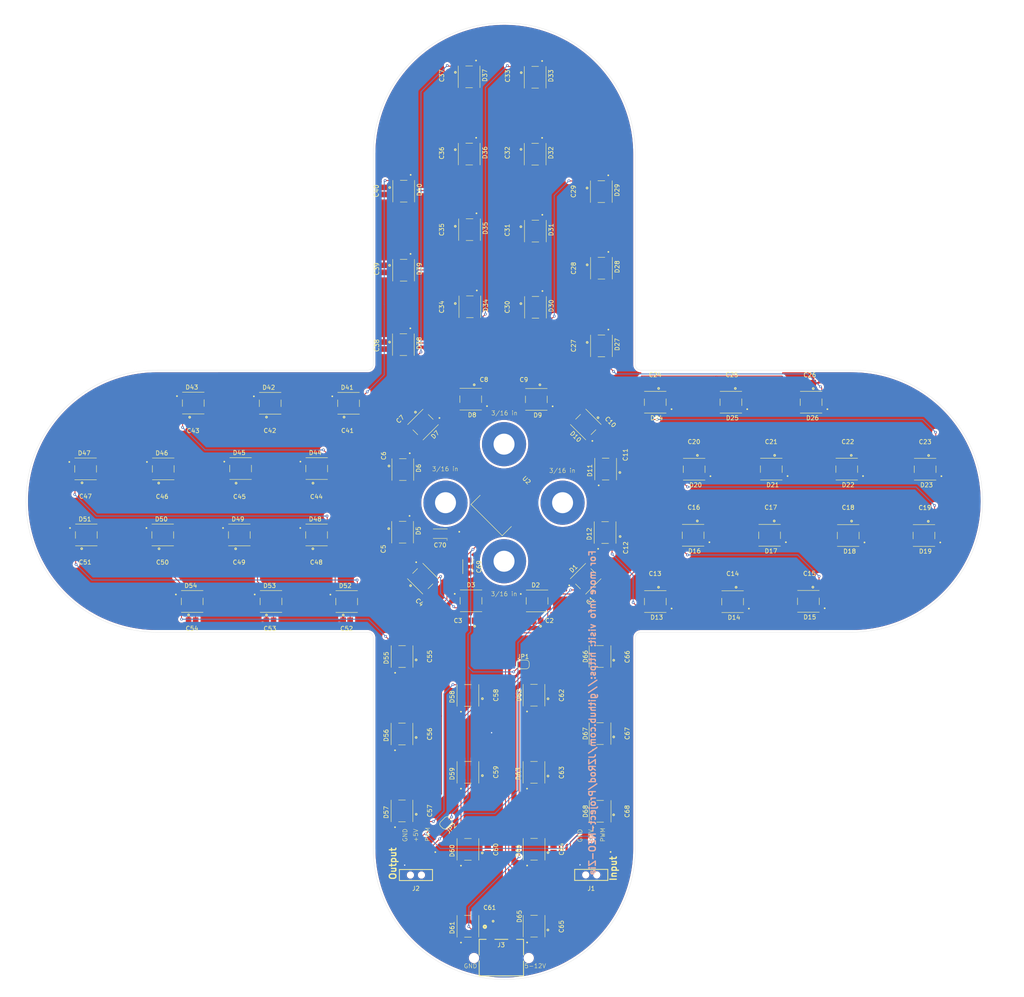
<source format=kicad_pcb>
(kicad_pcb (version 20241229) (generator "pcbnew") (generator_version "9.0")
  (title_block (title "Project NEO Zia") (date "10/9/2025") (rev "7"))
  (layers (0 "F.Cu" signal) (2 "B.Cu" signal) (13 "F.Paste" user) (15 "B.Paste" user) (5 "F.SilkS" user "F.Silkscreen") (7 "B.SilkS" user "B.Silkscreen") (1 "F.Mask" user) (3 "B.Mask" user) (25 "Edge.Cuts" user))
  (net 0 "")
  (net 1 "Net-(D1-DIN)")
  (net 2 "GND")
  (net 3 "Net-(D1-DOUT)")
  (net 4 "+5V")
  (net 5 "Net-(D10-DIN)")
  (net 6 "Net-(D10-DOUT)")
  (net 7 "Net-(D17-DIN)")
  (net 8 "Net-(D18-DIN)")
  (net 9 "Net-(D13-DIN)")
  (net 10 "Net-(D19-DIN)")
  (net 11 "Net-(D14-DIN)")
  (net 12 "Net-(D15-DIN)")
  (net 13 "Net-(D16-DIN)")
  (net 14 "Net-(D20-DIN)")
  (net 15 "Net-(D27-DIN)")
  (net 16 "Net-(D21-DIN)")
  (net 17 "Net-(D28-DIN)")
  (net 18 "Net-(D22-DIN)")
  (net 19 "Net-(D29-DIN)")
  (net 20 "Net-(D23-DIN)")
  (net 21 "Net-(D24-DIN)")
  (net 22 "Net-(D25-DIN)")
  (net 23 "Net-(D26-DIN)")
  (net 24 "Net-(D30-DIN)")
  (net 25 "Net-(D34-DIN)")
  (net 26 "Net-(D31-DIN)")
  (net 27 "Net-(D32-DIN)")
  (net 28 "Net-(D37-DIN)")
  (net 29 "Net-(D33-DIN)")
  (net 30 "Net-(D38-DIN)")
  (net 31 "Net-(D36-DIN)")
  (net 32 "Net-(D39-DIN)")
  (net 33 "Net-(D40-DIN)")
  (net 34 "Net-(D41-DIN)")
  (net 35 "Net-(D42-DIN)")
  (net 36 "Net-(D43-DIN)")
  (net 37 "Net-(D44-DIN)")
  (net 38 "Net-(D45-DIN)")
  (net 39 "Net-(D46-DIN)")
  (net 40 "Net-(D47-DIN)")
  (net 41 "Net-(D48-DIN)")
  (net 42 "Net-(D35-DIN)")
  (net 43 "Net-(D49-DIN)")
  (net 44 "Net-(D50-DIN)")
  (net 45 "Net-(D51-DIN)")
  (net 46 "Net-(D52-DIN)")
  (net 47 "Net-(D53-DIN)")
  (net 48 "Net-(D54-DIN)")
  (net 49 "Net-(D55-DIN)")
  (net 50 "Net-(D56-DIN)")
  (net 51 "Net-(D57-DIN)")
  (net 52 "Net-(D58-DIN)")
  (net 53 "Net-(D59-DIN)")
  (net 54 "Net-(D60-DIN)")
  (net 55 "Net-(D61-DIN)")
  (net 56 "Net-(D62-DIN)")
  (net 57 "Net-(D63-DIN)")
  (net 58 "Net-(D64-DIN)")
  (net 59 "Net-(D65-DIN)")
  (net 60 "Net-(D66-DIN)")
  (net 61 "Net-(D67-DIN)")
  (net 62 "Net-(D68-DIN)")
  (net 65 "Net-(D2-DIN)")
  (net 66 "Net-(D3-DIN)")
  (net 67 "Net-(D4-DIN)")
  (net 68 "Net-(D5-DIN)")
  (net 69 "Net-(D6-DIN)")
  (net 70 "Net-(D7-DIN)")
  (net 71 "Net-(D8-DIN)")
  (net 72 "Net-(D11-DIN)")
  (net 73 "Net-(D12-DIN)")
  (net 74 "Net-(J3-Pin_2)")
  (net 75 "Net-(JP1-A)")
  (net 76 "Net-(JP2-B)")
  (footprint "CustomParts:LED_1655" (layer "F.Cu") (at 132.417116 163.820384)
    (property "Reference" "D53")
    (property "Value" "1655 NeoPixel")
  )
  (footprint "CustomParts:LED_1655" (layer "F.Cu") (at 193.275 96.1375 -90)
    (property "Reference" "D30")
    (property "Value" "1655 NeoPixel")
  )
  (footprint "CustomParts:RESC3216X125N" (layer "F.Cu") (at 171.37 148.23 180)
    (property "Reference" "C70")
    (property "Value" "C_Small")
  )
  (footprint "CustomParts:CAPC220145_88N_KEM" (layer "F.Cu") (at 125.079616 152.970384 180)
    (property "Reference" "C49")
    (property "Value" "C_Small")
  )
  (footprint "CustomParts:LED_1655" (layer "F.Cu") (at 193.2 60.9 -90)
    (property "Reference" "D32")
    (property "Value" "1655 NeoPixel")
  )
  (footprint "CustomParts:SAMTEC_TSM-103-02-L-SH-LC" (layer "F.Cu") (at 206.104616 226.745384 180)
    (property "Reference" "J1")
    (property "Value" "TSM-103-02-L-SH-LC")
  )
  (footprint "CustomParts:CAPC220145_88N_KEM" (layer "F.Cu") (at 149.829616 168.220384 180)
    (property "Reference" "C52")
    (property "Value" "C_Small")
  )
  (footprint "CustomParts:CAPC220145_88N_KEM" (layer "F.Cu") (at 158.295997 133.449003 90)
    (property "Reference" "C6")
    (property "Value" "C_Small")
  )
  (footprint "CustomParts:CAPC220145_88N_KEM" (layer "F.Cu") (at 265.1375 128.932884)
    (property "Reference" "C22")
    (property "Value" "C_Small")
  )
  (footprint "CustomParts:LED_1655" (layer "F.Cu") (at 209.295997 147.961503 90)
    (property "Reference" "D12")
    (property "Value" "1655 NeoPixel")
  )
  (footprint "CustomParts:LED_1655" (layer "F.Cu") (at 89.917116 148.520384)
    (property "Reference" "D51")
    (property "Value" "1655 NeoPixel")
  )
  (footprint "CustomParts:claw" (layer "F.Cu") (at 197.91 152.34 45)
    (property "Reference" "G***" (hide yes))
    (property "Value" "LOGO" (hide yes))
  )
  (footprint "CustomParts:CAPC220145_88N_KEM" (layer "F.Cu") (at 164.195997 119.924003 45)
    (property "Reference" "C7")
    (property "Value" "C_Small")
  )
  (footprint "CustomParts:LED_1655" (layer "F.Cu") (at 177.729616 185.445384 90)
    (property "Reference" "D58")
    (property "Value" "1655 NeoPixel")
  )
  (footprint "CustomParts:LED_1655" (layer "F.Cu") (at 247.5375 133.370384 180)
    (property "Reference" "D21")
    (property "Value" "1655 NeoPixel")
  )
  (footprint "CustomParts:CAPC220145_88N_KEM" (layer "F.Cu") (at 167.079616 194.320384 -90)
    (property "Reference" "C56")
    (property "Value" "C_Small")
  )
  (footprint "CustomParts:CAPC220145_88N_KEM" (layer "F.Cu") (at 282.9375 128.957884)
    (property "Reference" "C23")
    (property "Value" "C_Small")
  )
  (footprint "CustomParts:LED_1655" (layer "F.Cu") (at 162.695997 147.886503 -90)
    (property "Reference" "D5")
    (property "Value" "1655 NeoPixel")
  )
  (footprint "CustomParts:CAPC220145_88N_KEM" (layer "F.Cu") (at 150.0275 122.67 180)
    (property "Reference" "C41")
    (property "Value" "C_Small")
  )
  (footprint "CustomParts:3-16in hole" (layer "F.Cu") (at 199.469339 141.070719 45)
    (property "Reference" "3/16 in")
    (property "Value" "3/16 in" (hide yes))
  )
  (footprint "CustomParts:LED_1655" (layer "F.Cu") (at 167.345997 158.574003 -45)
    (property "Reference" "D4" (hide yes))
    (property "Value" "1655 NeoPixel")
  )
  (footprint "CustomParts:LED_1655" (layer "F.Cu") (at 193.2 43.2 -90)
    (property "Reference" "D33")
    (property "Value" "1655 NeoPixel")
  )
  (footprint "CustomParts:CAPC220145_88N_KEM" (layer "F.Cu") (at 212.554616 194.195384 -90)
    (property "Reference" "C67")
    (property "Value" "C_Small")
  )
  (footprint "CustomParts:CAPC220145_88N_KEM" (layer "F.Cu") (at 203.875 69.4875 90)
    (property "Reference" "C29")
    (property "Value" "C_Small")
  )
  (footprint "CustomParts:CAPC220145_88N_KEM" (layer "F.Cu") (at 132.1775 122.67 180)
    (property "Reference" "C42")
    (property "Value" "C_Small")
  )
  (footprint "CustomParts:CAPC220145_88N_KEM" (layer "F.Cu") (at 213.970997 133.349003 -90)
    (property "Reference" "C11")
    (property "Value" "C_Small")
  )
  (footprint "CustomParts:CAPC220145_88N_KEM" (layer "F.Cu") (at 178.470997 168.249003)
    (property "Reference" "C3")
    (property "Value" "C_Small")
  )
  (footprint "CustomParts:CAPC220145_88N_KEM" (layer "F.Cu") (at 197.404616 238.620384 -90)
    (property "Reference" "C65")
    (property "Value" "C_Small")
  )
  (footprint "CustomParts:LED_1655" (layer "F.Cu") (at 162.925 87.6 -90)
    (property "Reference" "D39")
    (property "Value" "1655 NeoPixel")
  )
  (footprint "CustomParts:CAPC220145_88N_KEM" (layer "F.Cu") (at 182.329616 203.095384 -90)
    (property "Reference" "C59")
    (property "Value" "C_Small")
  )
  (footprint "CustomParts:LED_1655" (layer "F.Cu") (at 204.820997 158.599003 45)
    (property "Reference" "D1")
    (property "Value" "1655 NeoPixel")
  )
  (footprint "CustomParts:LED_1655" (layer "F.Cu") (at 178.1 78.2625 -90)
    (property "Reference" "D35")
    (property "Value" "1655 NeoPixel")
  )
  (footprint "CustomParts:CAPC220145_88N_KEM" (layer "F.Cu") (at 212.529616 212.120384 -90)
    (property "Reference" "C68")
    (property "Value" "C_Small")
  )
  (footprint "CustomParts:LED_1655" (layer "F.Cu") (at 208.425 69.5125 -90)
    (property "Reference" "D29")
    (property "Value" "1655 NeoPixel")
  )
  (footprint "CustomParts:SAMTEC_TSM-103-02-L-SH-LC" (layer "F.Cu") (at 165.767116 226.780384 180)
    (property "Reference" "J2")
    (property "Value" "TSM-103-02-L-SH-LC")
  )
  (footprint "CustomParts:CAPC220145_88N_KEM" (layer "F.Cu") (at 229.7125 144.032884)
    (property "Reference" "C16")
    (property "Value" "C_Small")
  )
  (footprint "CustomParts:CAPC220145_88N_KEM" (layer "F.Cu") (at 158.425 104.9375 90)
    (property "Reference" "C38")
    (property "Value" "C_Small")
  )
  (footprint "CustomParts:LED_1655" (layer "F.Cu") (at 208.154616 212.107884 90)
    (property "Reference" "D68")
    (property "Value" "1655 NeoPixel")
  )
  (footprint "CustomParts:LED_1655" (layer "F.Cu") (at 192.929616 203.145384 90)
    (property "Reference" "D63")
    (property "Value" "1655 NeoPixel")
  )
  (footprint "CustomParts:CAPC220145_88N_KEM" (layer "F.Cu") (at 182.725 236.125)
    (property "Reference" "C61")
    (property "Value" "C_Small")
  )
  (footprint "CustomParts:CAPC220145_88N_KEM" (layer "F.Cu") (at 132.179616 168.220384 180)
    (property "Reference" "C53")
    (property "Value" "C_Small")
  )
  (footprint "CustomParts:CAPC220145_88N_KEM" (layer "F.Cu") (at 238.4625 113.5375)
    (property "Reference" "C25")
    (property "Value" "C_Small")
  )
  (footprint "CustomParts:LED_1655" (layer "F.Cu") (at 193.645997 163.699003)
    (property "Reference" "D2")
    (property "Value" "1655 NeoPixel")
  )
  (footprint "Jumper:SolderJumper-2_P1.3mm_Open_RoundedPad1.0x1.5mm" (layer "F.Cu") (at 172.65 214.75 -135)
    (property "Reference" "JP2")
    (property "Value" "SolderJumper_2_Open")
  )
  (footprint "CustomParts:LED_1655" (layer "F.Cu") (at 114.279616 163.820384)
    (property "Reference" "D54")
    (property "Value" "1655 NeoPixel")
  )
  (footprint "CustomParts:LED_1655" (layer "F.Cu") (at 178.025 60.875 -90)
    (property "Reference" "D36")
    (property "Value" "1655 NeoPixel")
  )
  (footprint "CustomParts:CAPC220145_88N_KEM" (layer "F.Cu") (at 167.079616 176.470384 -90)
    (property "Reference" "C55")
    (property "Value" "C_Small")
  )
  (footprint "CustomParts:LED_1655" (layer "F.Cu") (at 107.617116 133.320384)
    (property "Reference" "D46")
    (property "Value" "1655 NeoPixel")
  )
  (footprint "CustomParts:LED_1655" (layer "F.Cu") (at 256.075 163.795384 180)
    (property "Reference" "D15")
    (property "Value" "1655 NeoPixel")
  )
  (footprint "CustomParts:CAPC220145_88N_KEM" (layer "F.Cu") (at 164.195997 161.649003 135)
    (property "Reference" "C4")
    (property "Value" "C_Small")
  )
  (footprint "CustomParts:CAPC220145_88N_KEM" (layer "F.Cu") (at 238.6375 159.282884)
    (property "Reference" "C14")
    (property "Value" "C_Small")
  )
  (footprint "CustomParts:LED_1655" (layer "F.Cu") (at 149.829616 163.845384)
    (property "Reference" "D52")
    (property "Value" "1655 NeoPixel")
  )
  (footprint "CustomParts:CAPC220145_88N_KEM" (layer "F.Cu") (at 182.329616 185.395384 -90)
    (property "Reference" "C58")
    (property "Value" "C_Small")
  )
  (footprint "CustomParts:LED_1655" (layer "F.Cu") (at 162.875 104.725 -90)
    (property "Reference" "D38")
    (property "Value" "1655 NeoPixel")
  )
  (footprint "CustomParts:CAPC220145_88N_KEM" (layer "F.Cu") (at 188.65 78.3875 90)
    (property "Reference" "C31")
    (property "Value" "C_Small")
  )
  (footprint "CustomParts:LED_1655" (layer "F.Cu") (at 162.95 69.4125 -90)
    (property "Reference" "D40")
    (property "Value" "1655 NeoPixel")
  )
  (footprint "CustomParts:LED_1655" (layer "F.Cu") (at 192.929616 185.395384 90)
    (property "Reference" "D62")
    (property "Value" "1655 NeoPixel")
  )
  (footprint "CustomParts:LED_1655" (layer "F.Cu") (at 192.954616 238.545384 90)
    (property "Reference" "D65")
    (property "Value" "1655 NeoPixel")
  )
  (footprint "CustomParts:CAPC220145_88N_KEM" (layer "F.Cu") (at 173.55 96.0625 90)
    (property "Reference" "C34")
    (property "Value" "C_Small")
  )
  (footprint "CustomParts:CAPC220145_88N_KEM" (layer "F.Cu") (at 265.2125 144.057884)
    (property "Reference" "C18")
    (property "Value" "C_Small")
  )
  (footprint "CustomParts:LED_1655" (layer "F.Cu") (at 208.129616 194.232884 90)
    (property "Reference" "D67")
    (property "Value" "1655 NeoPixel")
  )
  (footprint "CustomParts:TO254P1524X483-4N" (layer "F.Cu") (at 183.898543 143.221457 45)
    (property "Reference" "U2")
    (property "Value" "LM1084IS-5.0_NOPB")
  )
  (footprint "CustomParts:LED_1655" (layer "F.Cu") (at 107.504616 148.520384)
    (property "Reference" "D50")
    (property "Value" "1655 NeoPixel")
  )
  (footprint "CustomParts:CAPC220145_88N_KEM" (layer "F.Cu") (at 158.425 87.2875 90)
    (property "Reference" "C39")
    (property "Value" "C_Small")
  )
  (footprint "CustomParts:LED_1655" (layer "F.Cu") (at 177.729616 220.870384 90)
    (property "Reference" "D60")
    (property "Value" "1655 NeoPixel")
  )
  (footprint "CustomParts:CAPC220145_88N_KEM" (layer "F.Cu") (at 212.554616 176.545384 -90)
    (property "Reference" "C66")
    (property "Value" "C_Small")
  )
  (footprint "CustomParts:LED_1655" (layer "F.Cu") (at 114.5275 118.17)
    (property "Reference" "D43")
    (property "Value" "1655 NeoPixel")
  )
  (footprint "CustomParts:LED_1655" (layer "F.Cu") (at 142.929616 133.245384)
    (property "Reference" "D44")
    (property "Value" "1655 NeoPixel")
  )
  (footprint "CustomParts:CAPC220145_88N_KEM" (layer "F.Cu") (at 188.725 42.9375 90)
    (property "Reference" "C33")
    (property "Value" "C_Small")
  )
  (footprint "CustomParts:LED_1655" (layer "F.Cu") (at 178.175 96.0125 -90)
    (property "Reference" "D34")
    (property "Value" "1655 NeoPixel")
  )
  (footprint "CustomParts:CAPC220145_88N_KEM" (layer "F.Cu") (at 173.55 78.2875 90)
    (property "Reference" "C35")
    (property "Value" "C_Small")
  )
  (footprint "CustomParts:LED_1655" (layer "F.Cu") (at 238.25 117.975 180)
    (property "Reference" "D25")
    (property "Value" "1655 NeoPixel")
  )
  (footprint "CustomParts:RESC3216X125N" (layer "F.Cu") (at 177.641381 155.803619 -90)
    (property "Reference" "C69")
    (property "Value" "C_Small")
  )
  (footprint "CustomParts:CAPC220145_88N_KEM" (layer "F.Cu") (at 193.495997 112.699003)
    (property "Reference" "C9")
    (property "Value" "C_Small")
  )
  (footprint "CustomParts:CAPC220145_88N_KEM" (layer "F.Cu") (at 142.854616 152.970384 180)
    (property "Reference" "C48")
    (property "Value" "C_Small")
  )
  (footprint "CustomParts:LED_1655" (layer "F.Cu") (at 229.7875 133.395384 180)
    (property "Reference" "D20")
    (property "Value" "1655 NeoPixel")
  )
  (footprint "CustomParts:LED_1655" (layer "F.Cu") (at 208.129616 176.482884 90)
    (property "Reference" "D66")
    (property "Value" "1655 NeoPixel")
  )
  (footprint "CustomParts:CAPC220145_88N_KEM" (layer "F.Cu") (at 193.645997 168.249003)
    (property "Reference" "C2")
    (property "Value" "C_Small")
  )
  (footprint "CustomParts:CAPC220145_88N_KEM" (layer "F.Cu") (at 125.179616 137.870384 180)
    (property "Reference" "C45")
    (property "Value" "C_Small")
  )
  (footprint "CustomParts:LED_1655" (layer "F.Cu") (at 282.675 148.645384 180)
    (property "Reference" "D19")
    (property "Value" "1655 NeoPixel")
  )
  (footprint "CustomParts:CAPC220145_88N_KEM" (layer "F.Cu") (at 197.429616 220.820384 -90)
    (property "Reference" "C64")
    (property "Value" "C_Small")
  )
  (footprint "CustomParts:3-16in hole" (layer "F.Cu") (at 185.998955 127.600335 45)
    (property "Reference" "3/16 in")
    (property "Value" "3/16 in" (hide yes))
  )
  (footprint "CustomParts:LED_1655" (layer "F.Cu") (at 125.129616 148.520384)
    (property "Reference" "D49")
    (property "Value" "1655 NeoPixel")
  )
  (footprint "CustomParts:LED_1655" (layer "F.Cu") (at 229.55 148.595384 180)
    (property "Reference" "D16")
    (property "Value" "1655 NeoPixel")
  )
  (footprint "CustomParts:LED_1655" (layer "F.Cu") (at 125.417116 133.245384)
    (property "Reference" "D45")
    (property "Value" "1655 NeoPixel")
  )
  (footprint "CustomParts:LED_1655" (layer "F.Cu") (at 209.420997 133.361503 90)
    (property "Reference" "D11")
    (property "Value" "1655 NeoPixel")
  )
  (footprint "CustomParts:LED_1655" (layer "F.Cu") (at 178 43.1 -90)
    (property "Reference" "D37")
    (property "Value" "1655 NeoPixel")
  )
  (footprint "CustomParts:LED_1655" (layer "F.Cu") (at 132.2275 118.22)
    (property "Reference" "D42")
    (property "Value" "1655 NeoPixel")
  )
  (footprint "CustomParts:CAPC220145_88N_KEM" (layer "F.Cu") (at 107.379616 137.845384 180)
    (property "Reference" "C46")
    (property "Value" "C_Small")
  )
  (footprint "CustomParts:LED_1655" (layer "F.Cu") (at 178.370997 117.274003 180)
    (property "Reference" "D8")
    (property "Value" "1655 NeoPixel")
  )
  (footprint "CustomParts:LED_1655" (layer "F.Cu") (at 162.554616 212.020384 90)
    (property "Reference" "D57")
    (property "Value" "1655 NeoPixel")
  )
  (footprint "CustomParts:LED_1655" (layer "F.Cu") (at 162.745997 133.474003 -90)
    (property "Reference" "D6")
    (property "Value" "1655 NeoPixel")
  )
  (footprint "CustomParts:LED_1655" (layer "F.Cu") (at 256.7 117.975 180)
    (property "Reference" "D26")
    (property "Value" "1655 NeoPixel")
  )
  (footprint "CustomParts:LED_1655" (layer "F.Cu") (at 167.395997 123.124003 -135)
    (property "Reference" "D7")
    (property "Value" "1655 NeoPixel")
  )
  (footprint "CustomParts:CAPC220145_88N_KEM" (layer "F.Cu") (at 220.7875 159.282884)
    (property "Reference" "C13")
    (property "Value" "C_Small")
  )
  (footprint "CustomParts:CAPC220145_88N_KEM" (layer "F.Cu") (at 173.575 42.8625 90)
    (property "Reference" "C37")
    (property "Value" "C_Small")
  )
  (footprint "CustomParts:CAPC220145_88N_KEM" (layer "F.Cu") (at 182.304616 220.895384 -90)
    (property "Reference" "C60")
    (property "Value" "C_Small")
  )
  (footprint "CustomParts:LED_1655" (layer "F.Cu") (at 265.2375 148.645384 180)
    (property "Reference" "D18")
    (property "Value" "1655 NeoPixel")
  )
  (footprint "CustomParts:691709710302" (layer "F.Cu") (at 185.425 245.875)
    (property "Reference" "J3")
    (property "Value" "Conn_01x02")
  )
  (footprint "CustomParts:CAPC220145_88N_KEM" (layer "F.Cu") (at 207.945997 161.724003 -135)
    (property "Reference" "C1")
    (property "Value" "C_Small")
  )
  (footprint "CustomParts:LED_1655" (layer "F.Cu") (at 142.904616 148.520384)
    (property "Reference" "D48")
    (property "Value" "1655 NeoPixel")
  )
  (footprint "CustomParts:CAPC220145_88N_KEM" (layer "F.Cu") (at 207.995997 120.074003 -45)
    (property "Reference" "C10")
    (property "Value" "C_Small")
  )
  (footprint "CustomParts:CAPC220145_88N_KEM" (layer "F.Cu") (at 142.879616 137.870384 180)
    (property "Reference" "C44")
    (property "Value" "C_Small")
  )
  (footprint "CustomParts:CAPC220145_88N_KEM" (layer "F.Cu") (at 197.429616 203.195384 -90)
    (property "Reference" "C63")
    (property "Value" "C_Small")
  )
  (footprint "CustomParts:LED_1655" (layer "F.Cu") (at 208.45 87.1375 -90)
    (property "Reference" "D28")
    (property "Value" "1655 NeoPixel")
  )
  (footprint "CustomParts:LED_1655" (layer "F.Cu") (at 238.6375 163.870384 180)
    (property "Reference" "D14")
    (property "Value" "1655 NeoPixel")
  )
  (footprint "CustomParts:CAPC220145_88N_KEM" (layer "F.Cu") (at 114.5025 122.695 180)
    (property "Reference" "C43")
    (property "Value" "C_Small")
  )
  (footprint "CustomParts:CAPC220145_88N_KEM" (layer "F.Cu") (at 214.020997 148.074003 -90)
    (property "Reference" "C12")
    (property "Value" "C_Small")
  )
  (footprint "CustomParts:3-16in hole" (layer "F.Cu") (at 185.998955 154.541103 45)
    (property "Reference" "3/16 in")
    (property "Value" "3/16 in" (hide yes))
  )
  (footprint "CustomParts:3-16in hole" (layer "F.Cu") (at 172.528571 141.070719 45)
    (property "Reference" "3/16 in")
    (property "Value" "3/16 in" (hide yes))
  )
  (footprint "CustomParts:CAPC220145_88N_KEM" (layer "F.Cu") (at 229.7375 128.932884)
    (property "Reference" "C20")
    (property "Value" "C_Small")
  )
  (footprint "CustomParts:LED_1655" (layer "F.Cu") (at 204.845997 123.099003 135)
    (property "Reference" "D10")
    (property "Value" "1655 NeoPixel")
  )
  (footprint "CustomParts:CAPC220145_88N_KEM" (layer "F.Cu") (at 178.370997 112.699003)
    (property "Reference" "C8")
    (property "Value" "C_Small")
  )
  (footprint "CustomParts:LED_1655" (layer "F.Cu") (at 193.470997 117.324003 180)
    (property "Reference" "D9")
    (property "Value" "1655 NeoPixel")
  )
  (footprint "CustomParts:LED_1655" (layer "F.Cu") (at 220.85 163.845384 180)
    (property "Reference" "D13")
    (property "Value" "1655 NeoPixel")
  )
  (footprint "CustomParts:CAPC220145_88N_KEM" (layer "F.Cu") (at 197.429616 185.420384 -90)
    (property "Reference" "C62")
    (property "Value" "C_Small")
  )
  (footprint "CustomParts:CAPC220145_88N_KEM" (layer "F.Cu") (at 256.3875 113.5625)
    (property "Reference" "C26")
    (property "Value" "C_Small")
  )
  (footprint "CustomParts:CAPC220145_88N_KEM" (layer "F.Cu") (at 247.5125 128.932884)
    (property "Reference" "C21")
    (property "Value" "C_Small")
  )
  (footprint "CustomParts:CAPC220145_88N_KEM" (layer "F.Cu") (at 282.8625 144.107884)
    (property "Reference" "C19")
    (property "Value" "C_Small")
  )
  (footprint "CustomParts:LED_1655" (layer "F.Cu") (at 264.9 133.370384 180)
    (property "Reference" "D22")
    (property "Value" "1655 NeoPixel")
  )
  (footprint "CustomParts:CAPC220145_88N_KEM" (layer "F.Cu") (at 247.4125 144.032884)
    (property "Reference" "C17")
    (property "Value" "C_Small")
  )
  (footprint "CustomParts:CAPC220145_88N_KEM" (layer "F.Cu") (at 107.454616 152.970384 180)
    (property "Reference" "C50")
    (property "Value" "C_Small")
  )
  (footprint "CustomParts:LED_1655" (layer "F.Cu") (at 193.25 78.6 -90)
    (property "Reference" "D31")
    (property "Value" "1655 NeoPixel")
  )
  (footprint "CustomParts:CAPC220145_88N_KEM" (layer "F.Cu") (at 167.104616 211.995384 -90)
    (property "Reference" "C57")
    (property "Value" "C_Small")
  )
  (footprint "CustomParts:LED_1655" (layer "F.Cu") (at 177.729616 238.570384 90)
    (property "Reference" "D61")
    (property "Value" "1655 NeoPixel")
  )
  (footprint "CustomParts:CAPC220145_88N_KEM" (layer "F.Cu") (at 220.8125 113.5375)
    (property "Reference" "C24")
    (property "Value" "C_Small")
  )
  (footprint "CustomParts:CAPC220145_88N_KEM" (layer "F.Cu") (at 188.675 60.5875 90)
    (property "Reference" "C32")
    (property "Value" "C_Small")
  )
  (footprint "CustomParts:LED_1655" (layer "F.Cu") (at 192.954616 220.845384 90)
    (property "Reference" "D64")
    (property "Value" "1655 NeoPixel")
  )
  (footprint "CustomParts:LED_1655" (layer "F.Cu") (at 247.15 148.595384 180)
    (property "Reference" "D17")
    (property "Value" "1655 NeoPixel")
  )
  (footprint "CustomParts:LED_1655" (layer "F.Cu") (at 282.9375 133.395384 180)
    (property "Reference" "D23")
    (property "Value" "1655 NeoPixel")
  )
  (footprint "CustomParts:LED_1655" (layer "F.Cu") (at 208.45 105.0125 -90)
    (property "Reference" "D27")
    (property "Value" "1655 NeoPixel")
  )
  (footprint "CustomParts:CAPC220145_88N_KEM" (layer "F.Cu") (at 89.654616 152.945384 180)
    (property "Reference" "C51")
    (property "Value" "C_Small")
  )
  (footprint "CustomParts:CAPC220145_88N_KEM" (layer "F.Cu") (at 203.9 87.1625 90)
    (property "Reference" "C28")
    (property "Value" "C_Small")
  )
  (footprint "CustomParts:LED_1655" (layer "F.Cu") (at 162.554616 194.320384 90)
    (property "Reference" "D56")
    (property "Value" "1655 NeoPixel")
  )
  (footprint "CustomParts:LED_1655" (layer "F.Cu") (at 220.8375 117.975 180)
    (property "Reference" "D24")
    (property "Value" "1655 NeoPixel")
  )
  (footprint "CustomParts:LED_1655" (layer "F.Cu") (at 162.579616 176.495384 90)
    (property "Reference" "D55")
    (property "Value" "1655 NeoPixel")
  )
  (footprint "CustomParts:CAPC220145_88N_KEM" (layer "F.Cu") (at 173.55 60.6625 90)
    (property "Reference" "C36")
    (property "Value" "C_Small")
  )
  (footprint "CustomParts:CAPC220145_88N_KEM" (layer "F.Cu") (at 256.3125 159.257884)
    (property "Reference" "C15")
    (property "Value" "C_Small")
  )
  (footprint "CustomParts:LED_1655" (layer "F.Cu") (at 178.445997 163.674003)
    (property "Reference" "D3")
    (property "Value" "1655 NeoPixel")
  )
  (footprint "CustomParts:LED_1655" (layer "F.Cu") (at 177.729616 203.145384 90)
    (property "Reference" "D59")
    (property "Value" "1655 NeoPixel")
  )
  (footprint "Jumper:SolderJumper-2_P1.3mm_Bridged_RoundedPad1.0x1.5mm" (layer "F.Cu") (at 190.44 178.32)
    (property "Reference" "JP1")
    (property "Value" "SolderJumper_2_Bridged")
  )
  (footprint "CustomParts:LED_1655" (layer "F.Cu") (at 89.754616 133.320384)
    (property "Reference" "D47")
    (property "Value" "1655 NeoPixel")
  )
  (footprint "CustomParts:CAPC220145_88N_KEM" (layer "F.Cu") (at 158.245997 147.874003 90)
    (property "Reference" "C5")
    (property "Value" "C_Small")
  )
  (footprint "CustomParts:CAPC220145_88N_KEM" (layer "F.Cu") (at 158.45 69.3625 90)
    (property "Reference" "C40")
    (property "Value" "C_Small")
  )
  (footprint "CustomParts:CAPC220145_88N_KEM" (layer "F.Cu") (at 89.729616 137.795384 180)
    (property "Reference" "C47")
    (property "Value" "C_Small")
  )
  (footprint "CustomParts:CAPC220145_88N_KEM" (layer "F.Cu") (at 114.254616 168.195384 180)
    (property "Reference" "C54")
    (property "Value" "C_Small")
  )
  (footprint "CustomParts:CAPC220145_88N_KEM" (layer "F.Cu") (at 203.9 105.0125 90)
    (property "Reference" "C27")
    (property "Value" "C_Small")
  )
  (footprint "CustomParts:CAPC220145_88N_KEM" (layer "F.Cu") (at 188.65 96.0875 90)
    (property "Reference" "C30")
    (property "Value" "C_Small")
  )
  (footprint "CustomParts:LED_1655" (layer "F.Cu") (at 150.265 118.22)
    (property "Reference" "D41")
    (property "Value" "1655 NeoPixel")
  )
  (gr_line (start 106.204771 110.59526) (end 154.678055 110.593754) (stroke (width 0.05)) (layer "Edge.Cuts"))
  (gr_line (start 266.16 110.59) (end 217.536251 110.588561) (stroke (width 0.05)) (layer "Edge.Cuts"))
  (gr_line (start 155.954534 60.695384) (end 155.953054 109.318784) (stroke (width 0.05)) (layer "Edge.Cuts"))
  (gr_arc (start 155.953055 109.318823) (mid 155.579616 110.220384) (end 154.678055 110.593823) (stroke (width 0.05)) (layer "Edge.Cuts"))
  (gr_line (start 155.954534 220.645229) (end 155.954616 172.170402) (stroke (width 0.05)) (layer "Edge.Cuts"))
  (gr_arc (start 266.154586 110.59526) (mid 296.204658 140.820302) (end 266.004503 170.895384) (stroke (width 0.05)) (layer "Edge.Cuts"))
  (gr_arc (start 154.679616 170.895384) (mid 155.581177 171.268823) (end 155.954616 172.170384) (stroke (width 0.05)) (layer "Edge.Cuts"))
  (gr_line (start 216.254661 60.851592) (end 216.256177 109.318823) (stroke (width 0.05)) (layer "Edge.Cuts"))
  (gr_arc (start 217.531177 110.593823) (mid 216.629623 110.220377) (end 216.256177 109.318823) (stroke (width 0.05)) (layer "Edge.Cuts"))
  (gr_line (start 266.004868 170.895384) (end 217.525 170.9) (stroke (width 0.05)) (layer "Edge.Cuts"))
  (gr_arc (start 106.054688 170.895384) (mid 76.004616 140.670342) (end 106.204771 110.59526) (stroke (width 0.05)) (layer "Edge.Cuts"))
  (gr_line (start 216.254658 220.795061) (end 216.256178 172.171945) (stroke (width 0.05)) (layer "Edge.Cuts"))
  (gr_arc (start 155.954534 60.695332) (mid 186.179576 30.64526) (end 216.254658 60.845415) (stroke (width 0.05)) (layer "Edge.Cuts"))
  (gr_arc (start 216.254658 220.795312) (mid 186.029616 250.845384) (end 155.954534 220.645229) (stroke (width 0.05)) (layer "Edge.Cuts"))
  (gr_arc (start 216.2593 172.171945) (mid 216.631807 171.272555) (end 217.531177 170.9) (stroke (width 0.05)) (layer "Edge.Cuts"))
  (gr_line (start 106.05474 170.895384) (end 154.6796 170.895384) (stroke (width 0.05)) (layer "Edge.Cuts"))
  (gr_text "Input" (at 212.071216 228.293384 90) (layer "F.SilkS") (effects (font (size 1.5 1.5) (thickness 0.3) (bold yes)) (justify left bottom)))
  (gr_text "Output" (at 161.347416 228.013984 90) (layer "F.SilkS") (effects (font (size 1.5 1.5) (thickness 0.3) (bold yes)) (justify left bottom)))
  (gr_text "GND" (at 163.85 219.2 90) (layer "F.SilkS") (effects (font (size 1 1) (thickness 0.1)) (justify left bottom)))
  (gr_text "PWM" (at 209.35 219.225 90) (layer "F.SilkS") (effects (font (size 1 1) (thickness 0.1)) (justify left bottom)))
  (gr_text "GND\n" (at 176.725 248.3 0) (layer "F.SilkS") (effects (font (size 1 1) (thickness 0.1)) (justify left bottom)))
  (gr_text "GND" (at 204.125 219.3 90) (layer "F.SilkS") (effects (font (size 1 1) (thickness 0.1)) (justify left bottom)))
  (gr_text "+5V" (at 206.6 219.35 90) (layer "F.SilkS") (effects (font (size 1 1) (thickness 0.1)) (justify left bottom)))
  (gr_text "+5V" (at 166.325 219.25 90) (layer "F.SilkS") (effects (font (size 1 1) (thickness 0.1)) (justify left bottom)))
  (gr_text "5-12V" (at 190.67 248.28 0) (layer "F.SilkS") (effects (font (size 1 1) (thickness 0.1)) (justify left bottom)))
  (gr_text "PWM" (at 169.075 219.125 90) (layer "F.SilkS") (effects (font (size 1 1) (thickness 0.1)) (justify left bottom)))
  (gr_text "For more info visit: https://github.com/JZRod/Project-NEO-Zia" (at 207.25 151.875 90) (layer "B.SilkS") (effects (font (size 1.5 1.5) (thickness 0.3) (bold yes)) (justify left bottom mirror)))
  (segment (start 196.095997 162.099003) (end 203.583738 162.099003) (width 0.2) (layer "F.Cu") (net 1))
  (segment (start 203.583738 162.099003) (end 204.219956 161.462785) (width 0.2) (layer "F.Cu") (net 1))
  (via (at 203.525 224.425) (size 0.6) (drill 0.3) (layers "F.Cu" "B.Cu") (net 2))
  (via (at 163.175 224.5) (size 0.6) (drill 0.3) (layers "F.Cu" "B.Cu") (net 2))
  (via (at 183.175 194.025) (size 0.6) (drill 0.3) (layers "F.Cu" "B.Cu") (net 2))
  (segment (start 205.422038 155.735221) (end 205.422038 157.997962) (width 0.2) (layer "F.Cu") (net 3))
  (segment (start 205.422038 157.997962) (end 202.245997 161.174003) (width 0.2) (layer "F.Cu") (net 3))
  (segment (start 168.307116 221.367884) (end 171.204616 218.470384) (width 0.2) (layer "F.Cu") (net 3))
  (segment (start 202.245997 161.174003) (end 201.345997 161.174003) (width 0.2) (layer "F.Cu") (net 3))
  (segment (start 168.307116 221.500384) (end 168.307116 221.367884) (width 0.2) (layer "F.Cu") (net 3))
  (via (at 201.345997 161.174003) (size 0.6) (drill 0.3) (layers "F.Cu" "B.Cu") (net 3))
  (via (at 171.204616 218.470384) (size 0.6) (drill 0.3) (layers "F.Cu" "B.Cu") (net 3))
  (segment (start 189.225 173.295) (end 189.225 207.325) (width 0.2) (layer "B.Cu") (net 3))
  (segment (start 183.929616 212.620384) (end 177.054616 212.620384) (width 0.2) (layer "B.Cu") (net 3))
  (segment (start 177.054616 212.620384) (end 171.204616 218.470384) (width 0.2) (layer "B.Cu") (net 3))
  (segment (start 201.345997 161.174003) (end 189.225 173.295) (width 0.2) (layer "B.Cu") (net 3))
  (segment (start 189.225 207.325) (end 183.929616 212.620384) (width 0.2) (layer "B.Cu") (net 3))
  (segment (start 110.275 156.995384) (end 100.154616 156.995384) (width 0.2) (layer "F.Cu") (net 4))
  (segment (start 203.9 87.965299) (end 205.177799 87.965299) (width 0.2) (layer "F.Cu") (net 4))
  (segment (start 207.374616 116.515384) (end 210.329616 119.470384) (width 0.2) (layer "F.Cu") (net 4))
  (segment (start 171.3 80.7875) (end 170.2 81.8875) (width 0.2) (layer "F.Cu") (net 4))
  (segment (start 157.025997 135.924003) (end 156.64 136.31) (width 0.2) (layer "F.Cu") (net 4))
  (segment (start 173.575 43.665299) (end 174.702799 43.665299) (width 0.2) (layer "F.Cu") (net 4))
  (segment (start 209.729616 191.782884) (end 210.944915 191.782884) (width 0.2) (layer "F.Cu") (net 4))
  (segment (start 156.324616 142.095384) (end 146.854616 142.095384) (width 0.2) (layer "F.Cu") (net 4))
  (segment (start 194.554616 218.395384) (end 200.829616 218.395384) (width 0.2) (layer "F.Cu") (net 4))
  (segment (start 218.3 116.3625) (end 220.009701 114.652799) (width 0.2) (layer "F.Cu") (net 4))
  (segment (start 175.94 111.33) (end 172.3 111.33) (width 0.2) (layer "F.Cu") (net 4))
  (segment (start 245.0125 142.445384) (end 243.7125 141.145384) (width 0.2) (layer "F.Cu") (net 4))
  (segment (start 170.2 87.525) (end 170.2 81.8875) (width 0.2) (layer "F.Cu") (net 4))
  (segment (start 200.45 78.2875) (end 206.825 71.9125) (width 0.2) (layer "F.Cu") (net 4))
  (segment (start 165.122116 164.807884) (end 165.12 164.81) (width 0.2) (layer "F.Cu") (net 4))
  (segment (start 188.725 43.740299) (end 190.027799 43.740299) (width 0.2) (layer "F.Cu") (net 4))
  (segment (start 116.729616 164.779616) (end 110.275 158.325) (width 0.2) (layer "F.Cu") (net 4))
  (segment (start 211.315 161.635) (end 217.954616 154.995384) (width 0.2) (layer "F.Cu") (net 4))
  (segment (start 208.513662 161.156338) (end 208.513662 158.826845) (width 0.2) (layer "F.Cu") (net 4))
  (segment (start 236.1875 162.207884) (end 236.1875 156.320384) (width 0.2) (layer "F.Cu") (net 4))
  (segment (start 109.854616 140.420384) (end 111.529616 142.095384) (width 0.2) (layer "F.Cu") (net 4))
  (segment (start 127.579616 150.070384) (end 127.579616 155.370384) (width 0.2) (layer "F.Cu") (net 4))
  (segment (start 150.830299 122.67) (end 150.830299 121.392201) (width 0.2) (layer "F.Cu") (net 4))
  (segment (start 226.2375 141.145384) (end 243.7125 141.145384) (width 0.2) (layer "F.Cu") (net 4))
  (segment (start 227.2625 131.832884) (end 227.2625 127.420384) (width 0.2) (layer "F.Cu") (net 4))
  (segment (start 218.0375 154.995384) (end 234.8625 154.995384) (width 0.2) (layer "F.Cu") (net 4))
  (segment (start 127.579616 140.545384) (end 129.129616 142.095384) (width 0.2) (layer "F.Cu") (net 4))
  (segment (start 218.3625 155.295384) (end 217.9375 154.870384) (width 0.2) (layer "F.Cu") (net 4))
  (segment (start 200.45 108.5125) (end 200.45 90.9375) (width 0.2) (layer "F.Cu") (net 4))
  (segment (start 210.27332 160.586503) (end 210.27332 160.59332) (width 0.2) (layer "F.Cu") (net 4))
  (segment (start 209.729616 191.782884) (end 213.326516 191.782884) (width 0.2) (layer "F.Cu") (net 4))
  (segment (start 147.179616 159.599616) (end 152.279616 164.699616) (width 0.2) (layer "F.Cu") (net 4))
  (segment (start 264.334701 130.185683) (end 262.7125 131.807884) (width 0.2) (layer "F.Cu") (net 4))
  (segment (start 201.904616 202.295384) (end 201.904616 185.020384) (width 0.2) (layer "F.Cu") (net 4))
  (segment (start 111.529616 142.095384) (end 99.379616 142.095384) (width 0.2) (layer "F.Cu") (net 4))
  (segment (start 174.802799 61.465299) (end 176.425 63.0875) (width 0.2) (layer "F.Cu") (net 4))
  (segment (start 201.904616 217.320384) (end 201.579616 217.645384) (width 0.2) (layer "F.Cu") (net 4))
  (segment (start 180.732415 200.695384) (end 182.329616 202.292585) (width 0.2) (layer "F.Cu") (net 4))
  (segment (start 262.7375 147.032884) (end 262.7375 142.470384) (width 0.2) (layer "F.Cu") (net 4))
  (segment (start 179.273796 166.921204) (end 179.273796 168.249003) (width 0.2) (layer "F.Cu") (net 4))
  (segment (start 134.867116 164.777116) (end 129.3 159.21) (width 0.2) (layer "F.Cu") (net 4))
  (segment (start 205.177799 105.815299) (end 206.8 107.4375) (width 0.2) (layer "F.Cu") (net 4))
  (segment (start 90.532415 136.492585) (end 92.154616 134.870384) (width 0.2) (layer "F.Cu") (net 4))
  (segment (start 109.879616 155.595384) (end 111.279616 156.995384) (width 0.2) (layer "F.Cu") (net 4))
  (segment (start 163.628332 120.491668) (end 163.628332 122.821161) (width 0.2) (layer "F.Cu") (net 4))
  (segment (start 194.529616 200.695384) (end 200.304616 200.695384) (width 0.2) (layer "F.Cu") (net 4))
  (segment (start 125.982415 136.467585) (end 127.579616 134.870384) (width 0.2) (layer "F.Cu") (net 4))
  (segment (start 282.134701 128.957884) (end 282.134701 130.085683) (width 0.2) (layer "F.Cu") (net 4))
  (segment (start 156.61 156.3) (end 156.61 136.31) (width 0.2) (layer "F.Cu") (net 4))
  (segment (start 201.904616 171.045384) (end 196.667378 171.045384) (width 0.2) (layer "F.Cu") (net 4))
  (segment (start 217.639003 130.911503) (end 217.9375 131.21) (width 0.2) (layer "F.Cu") (net 4))
  (segment (start 143.657415 152.970384) (end 143.657415 151.742585) (width 0.2) (layer "F.Cu") (net 4))
  (segment (start 211.439317 175.742585) (end 209.729616 174.032884) (width 0.2) (layer "F.Cu") (net 4))
  (segment (start 179.329616 182.995384) (end 180.732415 182.995384) (width 0.2) (layer "F.Cu") (net 4))
  (segment (start 171.679616 171.369616) (end 156.61 156.3) (width 0.2) (layer "F.Cu") (net 4))
  (segment (start 217.739232 111.925) (end 234.8125 111.925) (width 0.2) (layer "F.Cu") (net 4))
  (segment (start 164.179616 174.045384) (end 170.279616 174.045384) (width 0.2) (layer "F.Cu") (net 4))
  (segment (start 217.729616 111.915384) (end 217.739232 111.925) (width 0.2) (layer "F.Cu") (net 4))
  (segment (start 170.204616 209.570384) (end 171.679616 208.095384) (width 0.2) (layer "F.Cu") (net 4))
  (segment (start 196.095997 170.474003) (end 196.095997 165.299003) (width 0.2) (layer "F.Cu") (net 4))
  (segment (start 175.920997 111.349003) (end 175.94 111.33) (width 0.2) (layer "F.Cu") (net 4))
  (segment (start 191.65 63.0625) (end 185.65 63.0625) (width 0.2) (layer "F.Cu") (net 4))
  (segment (start 172.3 111.33) (end 170.840372 111.33) (width 0.2) (layer "F.Cu") (net 4))
  (segment (start 123.0025 125.82) (end 116.9275 119.745) (width 0.2) (layer "F.Cu") (net 4))
  (segment (start 180.895997 165.299003) (end 179.273796 166.921204) (width 0.2) (layer "F.Cu") (net 4))
  (segment (start 153.5275 125.82) (end 156.350372 125.82) (width 0.2) (layer "F.Cu") (net 4))
  (segment (start 161.145997 135.924003) (end 157.025997 135.924003) (width 0.2) (layer "F.Cu") (net 4))
  (segment (start 179.329616 218.420384) (end 180.632415 218.420384) (width 0.2) (layer "F.Cu") (net 4))
  (segment (start 100.154616 156.995384) (end 93.254616 150.095384) (width 0.2) (layer "F.Cu") (net 4))
  (segment (start 152.4525 124.745) (end 153.5275 125.82) (width 0.2) (layer "F.Cu") (net 4))
  (segment (start 165.776817 211.192585) (end 164.154616 209.570384) (width 0.2) (layer "F.Cu") (net 4))
  (segment (start 190.052799 96.890299) (end 191.65 98.4875) (width 0.2) (layer "F.Cu") (net 4))
  (segment (start 214.712816 174.140584) (end 214.712816 190.396584) (width 0.2) (layer "F.Cu") (net 4))
  (segment (start 246.709701 130.135683) (end 245.0125 131.832884) (width 0.2) (layer "F.Cu") (net 4))
  (segment (start 170.2 99.8125) (end 170.2 87.525) (width 0.2) (layer "F.Cu") (net 4))
  (segment (start 164.154616 191.870384) (end 165.432415 191.870384) (width 0.2) (layer "F.Cu") (net 4))
  (segment (start 196.251817 184.617585) (end 197.429616 184.617585) (width 0.2) (layer "F.Cu") (net 4))
  (segment (start 152.4525 119.77) (end 152.4525 124.745) (width 0.2) (layer "F.Cu") (net 4))
  (segment (start 195.682415 236.095384) (end 197.404616 237.817585) (width 0.2) (layer "F.Cu") (net 4))
  (segment (start 158.295997 134.251802) (end 159.473796 134.251802) (width 0.2) (layer "F.Cu") (net 4))
  (segment (start 180.732415 182.995384) (end 182.329616 184.592585) (width 0.2) (layer "F.Cu") (net 4))
  (segment (start 218.3625 160.905085) (end 219.984701 159.282884) (width 0.2) (layer "F.Cu") (net 4))
  (segment (start 282.059701 145.410683) (end 280.4375 147.032884) (width 0.2) (layer "F.Cu") (net 4))
  (segment (start 234.8125 111.925) (end 249.9875 111.925) (width 0.2) (layer "F.Cu") (net 4))
  (segment (start 189.977799 61.390299) (end 191.65 63.0625) (width 0.2) (layer "F.Cu") (net 4))
  (segment (start 159.473796 134.251802) (end 161.145997 135.924003) (width 0.2) (layer "F.Cu") (net 4))
  (segment (start 171.5 98.5125) (end 170.2 99.8125) (width 0.2) (layer "F.Cu") (net 4))
  (segment (start 158.425 105.740299) (end 159.540299 105.740299) (width 0.2) (layer "F.Cu") (net 4))
  (segment (start 217.9375 145.87) (end 217.9375 141.145384) (width 0.2) (layer "F.Cu") (net 4))
  (segment (start 125.982415 137.870384) (end 125.982415 136.467585) (width 0.2) (layer "F.Cu") (net 4))
  (segment (start 143.657415 151.742585) (end 145.329616 150.070384) (width 0.2) (layer "F.Cu") (net 4))
  (segment (start 213.326516 191.782884) (end 214.712816 190.396584) (width 0.2) (layer "F.Cu") (net 4))
  (segment (start 210.869915 209.657884) (end 212.529616 211.317585) (width 0.2) (layer "F.Cu") (net 4))
  (segment (start 172.875 148.23) (end 172.875 150.035) (width 0.2) (layer "F.Cu") (net 4))
  (segment (start 246.609701 144.032884) (end 246.609701 145.435683) (width 0.2) (layer "F.Cu") (net 4))
  (segment (start 243.7125 141.145384) (end 261.4125 141.145384) (width 0.2) (layer "F.Cu") (net 4))
  (segment (start 191.020997 115.724003) (end 191.020997 111.340997) (width 0.2) (layer "F.Cu") (net 4))
  (segment (start 156.993497 150.336503) (end 156.61 150.72) (width 0.2) (layer "F.Cu") (net 4))
  (segment (start 194.554616 218.395384) (end 195.807415 218.395384) (width 0.2) (layer "F.Cu") (net 4))
  (segment (start 171.489232 111.33) (end 172.3 111.33) (width 0.2) (layer "F.Cu") (net 4))
  (segment (start 171.679616 208.095384) (end 171.679616 190.120384) (width 0.2) (layer "F.Cu") (net 4))
  (segment (start 175.920997 115.674003) (end 175.920997 114.346204) (width 0.2) (layer "F.Cu") (net 4))
  (segment (start 164.1 104.35) (end 170.175 104.35) (width 0.2) (layer "F.Cu") (net 4))
  (segment (start 156.64 136.31) (end 156.61 136.31) (width 0.2) (layer "F.Cu") (net 4))
  (segment (start 217.579003 145.511503) (end 217.9375 145.87) (width 0.2) (layer "F.Cu") (net 4))
  (segment (start 93.254616 150.095384) (end 92.179616 150.095384) (width 0.2) (layer "F.Cu") (net 4))
  (segment (start 194.579616 182.945384) (end 196.251817 184.617585) (width 0.2) (layer "F.Cu") (net 4))
  (segment (start 217.9375 154.995384) (end 217.9375 154.870384) (width 0.2) (layer "F.Cu") (net 4))
  (segment (start 207.418674 116.559442) (end 207.374616 116.515384) (width 0.2) (layer "F.Cu") (net 4))
  (segment (start 180.970997 165.274003) (end 180.895997 165.274003) (width 0.2) (layer "F.Cu") (net 4))
  (segment (start 174.777799 96.865299) (end 176.45 98.5375) (width 0.2) (layer "F.Cu") (net 4))
  (segment (start 211.617616 171.045384) (end 213.671416 173.099184) (width 0.2) (layer "F.Cu") (net 4))
  (segment (start 180.632415 218.420384) (end 182.304616 220.092585) (width 0.2) (layer "F.Cu") (net 4))
  (segment (start 227.3125 147.032884) (end 227.3125 142.220384) (width 0.2) (layer "F.Cu") (net 4))
  (segment (start 264.409701 144.057884) (end 264.409701 145.360683) (width 0.2) (layer "F.Cu") (net 4))
  (segment (start 194.554616 236.095384) (end 195.682415 236.095384) (width 0.2) (layer "F.Cu") (net 4))
  (segment (start 245.0125 127.395384) (end 243.7625 126.145384) (width 0.2) (layer "F.Cu") (net 4))
  (segment (start 108.182415 136.542585) (end 109.854616 134.870384) (width 0.2) (layer "F.Cu") (net 4))
  (segment (start 145.279616 134.870384) (end 145.279616 140.520384) (width 0.2) (layer "F.Cu") (net 4))
  (segment (start 243.7625 126.145384) (end 261.1125 126.145384) (width 0.2) (layer "F.Cu") (net 4))
  (segment (start 179.37306 147.74694) (end 179.34806 147.74694) (width 0.2) (layer "F.Cu") (net 4))
  (segment (start 185.204616 200.695384) (end 186.379616 199.520384) (width 0.2) (layer "F.Cu") (net 4))
  (segment (start 152.279616 164.699616) (end 152.279616 165.445384) (width 0.2) (layer "F.Cu") (net 4))
  (segment (start 186.379616 171.408146) (end 186.742378 171.045384) (width 0.2) (layer "F.Cu") (net 4))
  (segment (start 188.65 79.190299) (end 190.052799 79.190299) (width 0.2) (layer "F.Cu") (net 4))
  (segment (start 145.329616 155.145384) (end 147.179616 156.995384) (width 0.2) (layer "F.Cu") (net 4))
  (segment (start 196.667378 171.045384) (end 186.742378 171.045384) (width 0.2) (layer "F.Cu") (net 4))
  (segment (start 186.379616 181.870384) (end 186.379616 171.408146) (width 0.2) (layer "F.Cu") (net 4))
  (segment (start 217.9375 127.095384) (end 218.8875 126.145384) (width 0.2) (layer "F.Cu") (net 4))
  (segment (start 170.175 99.8375) (end 170.2 99.8125) (width 0.2) (layer "F.Cu") (net 4))
  (segment (start 203.9 105.815299) (end 205.177799 105.815299) (width 0.2) (layer "F.Cu") (net 4))
  (segment (start 245.0125 147.032884) (end 245.0125 142.445384) (width 0.2) (layer "F.Cu") (net 4))
  (segment (start 170.2 69.275) (end 170.2 64.5125) (width 0.2) (layer "F.Cu") (net 4))
  (segment (start 170.2 64.5125) (end 170.2 51.6125) (width 0.2) (layer "F.Cu") (net 4))
  (segment (start 159.565299 70.165299) (end 158.45 70.165299) (width 0.2) (layer "F.Cu") (net 4))
  (segment (start 276.1625 126.145384) (end 280.4125 130.395384) (width 0.2) (layer "F.Cu") (net 4))
  (segment (start 167.947038 161.437785) (end 165.122116 164.262707) (width 0.2) (layer "F.Cu") (net 4))
  (segment (start 206.8 107.4375) (end 201.525 107.4375) (width 0.2) (layer "F.Cu") (net 4))
  (segment (start 146.854616 142.095384) (end 129.129616 142.095384) (width 0.2) (layer "F.Cu") (net 4))
  (segment (start 236.05 113.1625) (end 234.8125 111.925) (width 0.2) (layer "F.Cu") (net 4))
  (segment (start 164.154616 191.870384) (end 169.929616 191.870384) (width 0.2) (layer "F.Cu") (net 4))
  (segment (start 116.729616 165.420384) (end 116.729616 164.779616) (width 0.2) (layer "F.Cu") (net 4))
  (segment (start 264.334701 128.932884) (end 264.334701 130.185683) (width 0.2) (layer "F.Cu") (net 4))
  (segment (start 161.225 71.825) (end 159.565299 70.165299) (width 0.2) (layer "F.Cu") (net 4))
  (segment (start 255.584701 113.5625) (end 255.584701 114.677799) (width 0.2) (layer "F.Cu") (net 4))
  (segment (start 228.909701 144.032884) (end 228.909701 145.435683) (width 0.2) (layer "F.Cu") (net 4))
  (segment (start 192.693198 114.051802) (end 191.020997 115.724003) (width 0.2) (layer "F.Cu") (net 4))
  (segment (start 129.3 156.995384) (end 129.204616 156.995384) (width 0.2) (layer "F.Cu") (net 4))
  (segment (start 191.65 98.4875) (end 185.375 98.4875) (width 0.2) (layer "F.Cu") (net 4))
  (segment (start 186.379616 217.020384) (end 186.379616 229.070384) (width 0.2) (layer "F.Cu") (net 4))
  (segment (start 237.659701 114.752799) (end 236.05 116.3625) (width 0.2) (layer "F.Cu") (net 4))
  (segment (start 157.272692 156.962692) (end 157.24 156.995384) (width 0.2) (layer "F.Cu") (net 4))
  (segment (start 212.737716 174.032884) (end 213.671416 173.099184) (width 0.2) (layer "F.Cu") (net 4))
  (segment (start 176.425 63.0875) (end 171.625 63.0875) (width 0.2) (layer "F.Cu") (net 4))
  (segment (start 171.679616 172.645384) (end 171.679616 171.369616) (width 0.2) (layer "F.Cu") (net 4))
  (segment (start 167.079616 175.667585) (end 165.801817 175.667585) (width 0.2) (layer "F.Cu") (net 4))
  (segment (start 110.275 158.325) (end 110.275 156.995384) (width 0.2) (layer "F.Cu") (net 4))
  (segment (start 217.954616 127.095384) (end 210.329616 119.470384) (width 0.2) (layer "F.Cu") (net 4))
  (segment (start 165.432415 191.870384) (end 167.079616 193.517585) (width 0.2) (layer "F.Cu") (net 4))
  (segment (start 200.45 111.32) (end 200.46 111.33) (width 0.2) (layer "F.Cu") (net 4))
  (segment (start 210.895997 145.511503) (end 217.579003 145.511503) (width 0.2) (layer "F.Cu") (net 4))
  (segment (start 199.829616 182.945384) (end 194.529616 182.945384) (width 0.2) (layer "F.Cu") (net 4))
  (segment (start 213.970997 132.546204) (end 212.655698 132.546204) (width 0.2) (layer "F.Cu") (net 4))
  (segment (start 132.982415 167.005085) (end 134.592116 165.395384) (width 0.2) (layer "F.Cu") (net 4))
  (segment (start 282.134701 130.085683) (end 280.4125 131.807884) (width 0.2) (layer "F.Cu") (net 4))
  (segment (start 156.61 141.81) (end 156.324616 142.095384) (width 0.2) (layer "F.Cu") (net 4))
  (segment (start 237.834701 159.282884) (end 237.834701 160.560683) (width 0.2) (layer "F.Cu") (net 4))
  (segment (start 262.7125 131.807884) (end 262.7125 127.745384) (width 0.2) (layer "F.Cu") (net 4))
  (segment (start 164.154616 209.570384) (end 170.204616 209.570384) (width 0.2) (layer "F.Cu") (net 4))
  (segment (start 194.448796 168.249003) (end 194.448796 166.946204) (width 0.2) (layer "F.Cu") (net 4))
  (segment (start 228.909701 145.435683) (end 227.3125 147.032884) (width 0.2) (layer "F.Cu") (net 4))
  (segment (start 150.632415 167.105085) (end 152.342116 165.395384) (width 0.2) (layer "F.Cu") (net 4))
  (segment (start 214.712816 190.396584) (end 214.712816 205.763584) (width 0.2) (layer "F.Cu") (net 4))
  (segment (start 172.875 150.035) (end 174.9675 152.1275) (width 0.2) (layer "F.Cu") (net 4))
  (segment (start 181.917585 236.120384) (end 181.922201 236.125) (width 0.2) (layer "F.Cu") (net 4))
  (segment (start 171.625 63.0875) (end 170.2 64.5125) (width 0.2) (layer "F.Cu") (net 4))
  (segment (start 214.020997 147.271204) (end 212.655698 147.271204) (width 0.2) (layer "F.Cu") (net 4))
  (segment (start 249.9875 111.925) (end 253.925 115.8625) (width 0.2) (layer "F.Cu") (net 4))
  (segment (start 210.818516 209.657884) (end 209.754616 209.657884) (width 0.2) (layer "F.Cu") (net 4))
  (segment (start 220.009701 114.652799) (end 220.009701 113.5375) (width 0.2) (layer "F.Cu") (net 4))
  (segment (start 173.55 79.090299) (end 174.752799 79.090299) (width 0.2) (layer "F.Cu") (net 4))
  (segment (start 200.46 111.33) (end 202.189232 111.33) (width 0.2) (layer "F.Cu") (net 4))
  (segment (start 125.882415 152.970384) (end 125.882415 151.767585) (width 0.2) (layer "F.Cu") (net 4))
  (segment (start 179.329616 200.695384) (end 180.732415 200.695384) (width 0.2) (layer "F.Cu") (net 4))
  (segment (start 164.763662 162.216668) (end 167.168155 162.216668) (width 0.2) (layer "F.Cu") (net 4))
  (segment (start 253.925 115.8625) (end 253.925 116.3375) (width 0.2) (layer "F.Cu") (net 4))
  (segment (start 186.379616 199.520384) (end 186.379616 217.020384) (width 0.2) (layer "F.Cu") (net 4))
  (segment (start 159.640299 88.090299) (end 161.25 89.7) (width 0.2) (layer "F.Cu") (net 4))
  (segment (start 170.279616 174.045384) (end 171.679616 172.645384) (width 0.2) (layer "F.Cu") (net 4))
  (segment (start 185.65 63.0625) (end 184.075 64.6375) (width 0.2) (layer "F.Cu") (net 4))
  (segment (start 196.667378 171.045384) (end 196.095997 170.474003) (width 0.2) (layer "F.Cu") (net 4))
  (segment (start 169.929616 191.870384) (end 171.679616 190.120384) (width 0.2) (layer "F.Cu") (net 4))
  (segment (start 255.509701 159.257884) (end 255.509701 160.585683) (width 0.2) (layer "F.Cu") (net 4))
  (segment (start 176.425 98.5125) (end 171.5 98.5125) (width 0.2) (layer "F.Cu") (net 4))
  (segment (start 170.2 81.8875) (end 170.2 69.275) (width 0.2) (layer "F.Cu") (net 4))
  (segment (start 217.9375 141.145384) (end 217.9375 131.21) (width 0.2) (layer "F.Cu") (net 4))
  (segment (start 175.920997 115.674003) (end 175.920997 111.349003) (width 0.2) (layer "F.Cu") (net 4))
  (segment (start 171.679616 190.120384) (end 171.679616 172.645384) (width 0.2) (layer "F.Cu") (net 4))
  (segment (start 202.189232 111.33) (end 207.374616 116.515384) (width 0.2) (layer "F.Cu") (net 4))
  (segment (start 218.3625 155.320384) (end 218.0375 154.995384) (width 0.2) (layer "F.Cu") (net 4))
  (segment (start 213.671416 173.099184) (end 214.712816 174.140584) (width 0.2) (layer "F.Cu") (net 4))
  (segment (start 206.825 89.6125) (end 201.775 89.6125) (width 0.2) (layer "F.Cu") (net 4))
  (segment (start 218.8875 126.145384) (end 225.9875 126.145384) (width 0.2) (layer "F.Cu") (net 4))
  (segment (start 173.55 96.865299) (end 174.777799 96.865299) (width 0.2) (layer "F.Cu") (net 4))
  (segment (start 179.329616 236.120384) (end 181.917585 236.120384) (width 0.2) (layer "F.Cu") (net 4))
  (segment (start 185.375 98.4875) (end 184.075 99.7875) (width 0.2) (layer "F.Cu") (net 4))
  (segment (start 212.655698 147.271204) (end 210.895997 145.511503) (width 0.2) (layer "F.Cu") (net 4))
  (segment (start 153.5275 125.82) (end 135.6025 125.82) (width 0.2) (layer "F.Cu") (net 4))
  (segment (start 185.254616 182.995384) (end 186.379616 181.870384) (width 0.2) (layer "F.Cu") (net 4))
  (segment (start 90.457415 151.817585) (end 92.179616 150.095384) (width 0.2) (layer "F.Cu") (net 4))
  (segment (start 227.2625 127.420384) (end 225.9875 126.145384) (width 0.2) (layer "F.Cu") (net 4))
  (segment (start 170.175 104.35) (end 170.175 99.8375) (width 0.2) (layer "F.Cu") (net 4))
  (segment (start 129.204616 156.995384) (end 111.279616 156.995384) (width 0.2) (layer "F.Cu") (net 4))
  (segment (start 109.854616 134.870384) (end 109.854616 140.420384) (width 0.2) (layer "F.Cu") (net 4))
  (segment (start 190.027799 43.740299) (end 191.65 45.3625) (width 0.2) (layer "F.Cu") (net 4))
  (segment (start 147.179616 156.995384) (end 147.179616 159.599616) (width 0.2) (layer "F.Cu") (net 4))
  (segment (start 228.934701 130.160683) (end 227.2625 131.832884) (width 0.2) (layer "F.Cu") (net 4))
  (segment (start 237.834701 160.560683) (end 236.1875 162.207884) (width 0.2) (layer "F.Cu") (net 4))
  (segment (start 180.895997 165.274003) (end 180.895997 165.299003) (width 0.2) (layer "F.Cu") (net 4))
  (segment (start 170.2 51.6125) (end 176.425 45.3875) (width 0.2) (layer "F.Cu") (net 4))
  (segment (start 210.27332 160.59332) (end 211.315 161.635) (width 0.2) (layer "F.Cu") (net 4))
  (segment (start 217.9375 131.21) (end 217.9375 127.095384) (width 0.2) (layer "F.Cu") (net 4))
  (segment (start 90.532415 137.795384) (end 90.532415 136.492585) (width 0.2) (layer "F.Cu") (net 4))
  (segment (start 217.9375 154.870384) (end 217.9375 145.87) (width 0.2) (layer "F.Cu") (net 4))
  (segment (start 157.24 156.995384) (end 147.179616 156.995384) (width 0.2) (layer "F.Cu") (net 4))
  (segment (start 201.525 107.4375) (end 200.45 108.5125) (width 0.2) (layer "F.Cu") (net 4))
  (segment (start 205.177799 87.965299) (end 206.825 89.6125) (width 0.2) (layer "F.Cu") (net 4))
  (segment (start 280.4125 130.395384) (end 280.4125 131.807884) (width 0.2) (layer "F.Cu") (net 4))
  (segment (start 237.659701 113.5375) (end 237.659701 114.752799) (width 0.2) (layer "F.Cu") (net 4))
  (segment (start 236.1875 156.320384) (end 234.8625 154.995384) (width 0.2) (layer "F.Cu") (net 4))
  (segment (start 175.4475 151.6475) (end 174.9675 152.1275) (width 0.2) (layer "F.Cu") (net 4))
  (segment (start 174.702799 43.665299) (end 176.425 45.3875) (width 0.2) (layer "F.Cu") (net 4))
  (segment (start 165.801817 175.667585) (end 164.179616 174.045384) (width 0.2) (layer "F.Cu") (net 4))
  (segment (start 191.65 80.7875) (end 185.4 80.7875) (width 0.2) (layer "F.Cu") (net 4))
  (segment (start 201.904616 217.320384) (end 201.904616 202.295384) (width 0.2) (layer "F.Cu") (net 4))
  (segment (start 132.982415 168.220384) (end 132.982415 167.005085) (width 0.2) (layer "F.Cu") (net 4))
  (segment (start 147.179616 156.995384) (end 129.3 156.995384) (width 0.2) (layer "F.Cu") (net 4))
  (segment (start 282.059701 144.107884) (end 282.059701 145.410683) (width 0.2) (layer "F.Cu") (net 4))
  (segment (start 190.052799 79.190299) (end 191.65 80.7875) (width 0.2) (layer "F.Cu") (net 4))
  (segment (start 261.1125 126.145384) (end 276.1625 126.145384) (width 0.2) (layer "F.Cu") (net 4))
  (segment (start 143.682415 137.870384) (end 143.682415 136.467585) (width 0.2) (layer "F.Cu") (net 4))
  (segment (start 217.729616 111.915384) (end 217.729616 112.617116) (width 0.2) (layer "F.Cu") (net 4))
  (segment (start 201.904616 171.045384) (end 211.315 161.635) (width 0.2) (layer "F.Cu") (net 4))
  (segment (start 184.075 82.1125) (end 184.075 82.5375) (width 0.2) (layer "F.Cu") (net 4))
  (segment (start 196.834232 236.095384) (end 199.579616 233.35) (width 0.2) (layer "F.Cu") (net 4))
  (segment (start 173.55 61.465299) (end 174.802799 61.465299) (width 0.2) (layer "F.Cu") (net 4))
  (segment (start 176.45 98.5375) (end 176.425 98.5125) (width 0.2) (layer "F.Cu") (net 4))
  (segment (start 172.891381 154.203619) (end 172.891381 163.278619) (width 0.2) (layer "F.Cu") (net 4))
  (segment (start 201.904616 185.020384) (end 199.829616 182.945384) (width 0.2) (layer "F.Cu") (net 4))
  (segment (start 108.182415 137.845384) (end 108.182415 136.542585) (width 0.2) (layer "F.Cu") (net 4))
  (segment (start 205.497201 71.9125) (end 203.875 70.290299) (width 0.2) (layer "F.Cu") (net 4))
  (segment (start 201.775 89.6125) (end 200.45 90.9375) (width 0.2) (layer "F.Cu") (net 4))
  (segment (start 184.075 111.325) (end 184.075 99.7875) (width 0.2) (layer "F.Cu") (net 4))
  (segment (start 200.304616 200.695384) (end 201.904616 202.295384) (width 0.2) (layer "F.Cu") (net 4))
  (segment (start 188.675 61.390299) (end 189.977799 61.390299) (width 0.2) (layer "F.Cu") (net 4))
  (segment (start 161.095997 150.336503) (end 156.993497 150.336503) (width 0.2) (layer "F.Cu") (net 4))
  (segment (start 188.65 96.890299) (end 190.052799 96.890299) (width 0.2) (layer "F.Cu") (net 4))
  (segment (start 156.350372 125.82) (end 170.840372 111.33) (width 0.2) (layer "F.Cu") (net 4))
  (segment (start 194.554616 236.095384) (end 196.834232 236.095384) (width 0.2) (layer "F.Cu") (net 4))
  (segment (start 201.904616 171.045384) (end 211.617616 171.045384) (width 0.2) (layer "F.Cu") (net 4))
  (segment (start 200.46 111.33) (end 175.94 111.33) (width 0.2) (layer "F.Cu") (net 4))
  (segment (start 245.0125 131.832884) (end 245.0125 127.395384) (width 0.2) (layer "F.Cu") (net 4))
  (segment (start 194.448796 166.946204) (end 196.095997 165.299003) (width 0.2) (layer "F.Cu") (net 4))
  (segment (start 145.329616 150.070384) (end 145.329616 155.145384) (width 0.2) (layer "F.Cu") (net 4))
  (segment (start 184.075 64.6375) (end 184.075 52.9375) (width 0.2) (layer "F.Cu") (net 4))
  (segment (start 132.980299 122.67) (end 132.980299 121.392201) (width 0.2) (layer "F.Cu") (net 4))
  (segment (start 209.729616 174.032884) (end 212.737716 174.032884) (width 0.2) (layer "F.Cu") (net 4))
  (segment (start 217.9375 154.995384) (end 218.0375 154.995384) (width 0.2) (layer "F.Cu") (net 4))
  (segment (start 207.428332 119.506338) (end 204.973839 119.506338) (width 0.2) (layer "F.Cu") (net 4))
  (segment (start 156.350372 125.82) (end 156.61 126.079628) (width 0.2) (layer "F.Cu") (net 4))
  (segment (start 217.729616 112.617116) (end 218.3 113.1875) (width 0.2) (layer "F.Cu") (net 4))
  (segment (start 207.418674 117.061503) (end 207.418674 116.559442) (width 0.2) (layer "F.Cu") (net 4))
  (segment (start 186.742378 171.045384) (end 180.970997 165.274003) (width 0.2) (layer "F.Cu") (net 4))
  (segment (start 168.35 167.82) (end 168.35 168.04) (width 0.2) (layer "F.Cu") (net 4))
  (segment (start 109.879616 150.095384) (end 109.879616 155.595384) (width 0.2) (layer "F.Cu") (net 4))
  (segment (start 246.675 154.995384) (end 253.8875 162.207884) (width 0.2) (layer "F.Cu") (net 4))
  (segment (start 175.920997 114.346204) (end 177.568198 112.699003) (width 0.2) (layer "F.Cu") (net 4))
  (segment (start 135.6025 125.82) (end 123.0025 125.82) (width 0.2) (layer "F.Cu") (net 4))
  (segment (start 125.882415 151.767585) (end 127.579616 150.070384) (width 0.2) (layer "F.Cu") (net 4))
  (segment (start 211.020997 130.911503) (end 217.639003 130.911503) (width 0.2) (layer "F.Cu") (net 4))
  (segment (start 179.329616 200.695384) (end 185.204616 200.695384) (width 0.2) (layer "F.Cu") (net 4))
  (segment (start 170.175 110.015768) (end 170.175 104.35) (width 0.2) (layer "F.Cu") (net 4))
  (segment (start 115.305299 122.695) (end 115.305299 121.367201) (width 0.2) (layer "F.Cu") (net 4))
  (segment (start 246.609701 145.435683) (end 245.0125 147.032884) (width 0.2) (layer "F.Cu") (net 4))
  (segment (start 184.075 52.9375) (end 191.65 45.3625) (width 0.2) (layer "F.Cu") (net 4))
  (segment (start 195.807415 218.395384) (end 197.429616 220.017585) (width 0.2) (layer "F.Cu") (net 4))
  (segment (start 218.3 113.1875) (end 218.3 116.3625) (width 0.2) (layer "F.Cu") (net 4))
  (segment (start 170.175 110.015768) (end 171.489232 111.33) (width 0.2) (layer "F.Cu") (net 4))
  (segment (start 201.904616 185.020384) (end 201.904616 171.045384) (width 0.2) (layer "F.Cu") (net 4))
  (segment (start 161.35 71.8625) (end 163.9375 69.275) (width 0.2) (layer "F.Cu") (net 4))
  (segment (start 111.279616 156.995384) (end 110.275 156.995384) (width 0.2) (layer "F.Cu") (net 4))
  (segment (start 159.540299 105.740299) (end 161.275 107.475) (width 0.2) (layer "F.Cu") (net 4))
  (segment (start 194.529616 182.945384) (end 194.579616 182.945384) (width 0.2) (layer "F.Cu") (net 4))
  (segment (start 129.129616 142.095384) (end 111.529616 142.095384) (width 0.2) (layer "F.Cu") (net 4))
  (segment (start 207.684779 157.997962) (end 210.27332 160.586503) (width 0.2) (layer "F.Cu") (net 4))
  (segment (start 195.732415 200.695384) (end 197.429616 202.392585) (width 0.2) (layer "F.Cu") (net 4))
  (segment (start 184.979616 218.420384) (end 186.379616 217.020384) (width 0.2) (layer "F.Cu") (net 4))
  (segment (start 129.3 159.21) (end 129.3 156.995384) (width 0.2) (layer "F.Cu") (net 4))
  (segment (start 262.7125 127.745384) (end 261.1125 126.145384) (width 0.2) (layer "F.Cu") (net 4))
  (segment (start 264.409701 145.360683) (end 262.7375 147.032884) (width 0.2) (layer "F.Cu") (net 4))
  (segment (start 179.329616 218.420384) (end 184.979616 218.420384) (width 0.2) (layer "F.Cu") (net 4))
  (segment (start 217.9375 141.145384) (end 226.2375 141.145384) (width 0.2) (layer "F.Cu") (net 4))
  (segment (start 192.693198 112.699003) (end 192.693198 114.051802) (width 0.2) (layer "F.Cu") (net 4))
  (segment (start 179.329616 182.995384) (end 185.254616 182.995384) (width 0.2) (layer "F.Cu") (net 4))
  (segment (start 212.655698 132.546204) (end 211.020997 130.911503) (width 0.2) (layer "F.Cu") (net 4))
  (segment (start 246.709701 128.932884) (end 246.709701 130.135683) (width 0.2) (layer "F.Cu") (net 4))
  (segment (start 150.632415 168.220384) (end 150.632415 167.105085) (width 0.2) (layer "F.Cu") (net 4))
  (segment (start 255.584701 114.677799) (end 253.925 116.3375) (width 0.2) (layer "F.Cu") (net 4))
  (segment (start 161.325 90.05) (end 163.85 87.525) (width 0.2) (layer "F.Cu") (net 4))
  (segment (start 165.122116 164.262707) (end 165.122116 164.807884) (width 0.2) (layer "F.Cu") (net 4))
  (segment (start 214.712816 205.763584) (end 210.818516 209.657884) (width 0.2) (layer "F.Cu") (net 4))
  (segment (start 227.3125 142.220384) (end 226.2375 141.145384) (width 0.2) (layer "F.Cu") (net 4))
  (segment (start 127.579616 155.370384) (end 129.204616 156.995384) (width 0.2) (layer "F.Cu") (net 4))
  (segment (start 262.7375 142.470384) (end 261.4125 141.145384) (width 0.2) (layer "F.Cu") (net 4))
  (segment (start 179.34806 147.74694) (end 175.4475 151.6475) (width 0.2) (layer "F.Cu") (net 4))
  (segment (start 127.579616 134.870384) (end 127.579616 140.545384) (width 0.2) (layer "F.Cu") (net 4))
  (segment (start 274.55 141.145384) (end 280.4375 147.032884) (width 0.2) (layer "F.Cu") (net 4))
  (segment (start 115.057415 167.080085) (end 116.717116 165.420384) (width 0.2) (layer "F.Cu") (net 4))
  (segment (start 134.6275 119.745) (end 134.6275 124.845) (width 0.2) (layer "F.Cu") (net 4))
  (segment (start 184.075 99.7875) (end 184.075 82.5375) (width 0.2) (layer "F.Cu") (net 4))
  (segment (start 158.425 88.090299) (end 159.640299 88.090299) (width 0.2) (layer "F.Cu") (net 4))
  (segment (start 225.9875 126.145384) (end 243.7625 126.145384) (width 0.2) (layer "F.Cu") (net 4))
  (segment (start 186.379616 181.870384) (end 186.379616 199.520384) (width 0.2) (layer "F.Cu") (net 4))
  (segment (start 108.257415 151.717585) (end 109.879616 150.095384) (width 0.2) (layer "F.Cu") (net 4))
  (segment (start 204.244956 120.235221) (end 207.418674 117.061503) (width 0.2) (layer "F.Cu") (net 4))
  (segment (start 200.829616 218.395384) (end 201.579616 217.645384) (width 0.2) (layer "F.Cu") (net 4))
  (segment (start 200.45 90.9375) (end 200.45 78.2875) (width 0.2) (layer "F.Cu") (net 4))
  (segment (start 115.305299 121.367201) (end 116.9275 119.745) (width 0.2) (layer "F.Cu") (net 4))
  (segment (start 210.329616 119.315384) (end 217.729616 111.915384) (width 0.2) (layer "F.Cu") (net 4))
  (segment (start 161.275 107.175) (end 164.1 104.35) (width 0.2) (layer "F.Cu") (net 4))
  (segment (start 90.457415 152.945384) (end 90.457415 151.817585) (width 0.2) (layer "F.Cu") (net 4))
  (segment (start 176.45 80.7875) (end 171.3 80.7875) (width 0.2) (layer "F.Cu") (net 4))
  (segment (start 159.436296 148.676802) (end 161.095997 150.336503) (width 0.2) (layer "F.Cu") (net 4))
  (segment (start 261.4125 141.145384) (end 274.55 141.145384) (width 0.2) (layer "F.Cu") (net 4))
  (segment (start 199.579616 219.645384) (end 201.579616 217.645384) (width 0.2) (layer "F.Cu") (net 4))
  (segment (start 172.891381 163.278619) (end 168.35 167.82) (width 0.2) (layer "F.Cu") (net 4))
  (segment (start 194.529616 200.695384) (end 195.732415 200.695384) (width 0.2) (layer "F.Cu") (net 4))
  (segment (start 174.752799 79.090299) (end 176.45 80.7875) (width 0.2) (layer "F.Cu") (net 4))
  (segment (start 255.509701 160.585683) (end 253.8875 162.207884) (width 0.2) (layer "F.Cu") (net 4))
  (segment (start 210.329616 119.470384) (end 210.329616 119.315384) (width 0.2) (layer "F.Cu") (net 4))
  (segment (start 210.944915 191.782884) (end 212.554616 193.392585) (width 0.2) (layer "F.Cu") (net 4))
  (segment (start 218.3625 162.182884) (end 218.3625 160.905085) (width 0.2) (layer "F.Cu") (net 4))
  (segment (start 184.075 82.5375) (end 184.075 64.6375) (width 0.2) (layer "F.Cu") (net 4))
  (segment (start 150.830299 121.392201) (end 152.4525 119.77) (width 0.2) (layer "F.Cu") (net 4))
  (segment (start 163.9375 69.275) (end 170.2 69.275) (width 0.2) (layer "F.Cu") (net 4))
  (segment (start 156.61 126.079628) (end 156.61 136.31) (width 0.2) (layer "F.Cu") (net 4))
  (segment (start 199.579616 233.35) (end 199.579616 219.645384) (width 0.2) (layer "F.Cu") (net 4))
  (segment (start 158.245997 148.676802) (end 159.436296 148.676802) (width 0.2) (layer "F.Cu") (net 4))
  (segment (start 218.3625 162.182884) (end 218.3625 155.320384) (width 0.2) (layer "F.Cu") (net 4))
  (segment (start 174.9675 152.1275) (end 172.891381 154.203619) (width 0.2) (layer "F.Cu") (net 4))
  (segment (start 145.279616 140.520384) (end 146.854616 142.095384) (width 0.2) (layer "F.Cu") (net 4))
  (segment (start 212.554616 175.742585) (end 211.439317 175.742585) (width 0.2) (layer "F.Cu") (net 4))
  (segment (start 236.05 116.3625) (end 236.05 113.1625) (width 0.2) (layer "F.Cu") (net 4))
  (segment (start 134.6275 124.845) (end 135.6025 125.82) (width 0.2) (layer "F.Cu") (net 4))
  (segment (start 186.379616 229.070384) (end 179.329616 236.120384) (width 0.2) (layer "F.Cu") (net 4))
  (segment (start 115.057415 168.195384) (end 115.057415 167.080085) (width 0.2) (layer "F.Cu") (net 4))
  (segment (start 134.867116 165.420384) (end 134.867116 164.777116) (width 0.2) (layer "F.Cu") (net 4))
  (segment (start 206.825 71.9125) (end 205.497201 71.9125) (width 0.2) (layer "F.Cu") (net 4))
  (segment (start 209.754616 209.657884) (end 210.869915 209.657884) (width 0.2) (layer "F.Cu") (net 4))
  (segment (start 200.45 108.5125) (end 200.45 111.32) (width 0.2) (layer "F.Cu") (net 4))
  (segment (start 234.8625 154.995384) (end 246.675 154.995384) (width 0.2) (layer "F.Cu") (net 4))
  (segment (start 185.4 80.7875) (end 184.075 82.1125) (width 0.2) (layer "F.Cu") (net 4))
  (segment (start 163.85 87.525) (end 170.2 87.525) (width 0.2) (layer "F.Cu") (net 4))
  (segment (start 99.379616 142.095384) (end 92.154616 134.870384) (width 0.2) (layer "F.Cu") (net 4))
  (segment (start 164.532215 123.725044) (end 161.556174 120.749003) (width 0.2) (layer "F.Cu") (net 4))
  (segment (start 143.682415 136.467585) (end 145.279616 134.870384) (width 0.2) (layer "F.Cu") (net 4))
  (segment (start 132.980299 121.392201) (end 134.6275 119.745) (width 0.2) (layer "F.Cu") (net 4))
  (segment (start 167.104616 211.192585) (end 165.776817 211.192585) (width 0.2) (layer "F.Cu") (net 4))
  (segment (start 108.257415 152.970384) (end 108.257415 151.717585) (width 0.2) (layer "F.Cu") (net 4))
  (segment (start 228.934701 128.932884) (end 228.934701 130.160683) (width 0.2) (layer "F.Cu") (net 4))
  (segment (start 207.820997 130.911503) (end 207.820997 123.811262) (width 0.2) (layer "F.Cu") (net 5))
  (segment (start 201.982215 122.497962) (end 195.920997 116.436744) (width 0.2) (layer "F.Cu") (net 6))
  (segment (start 195.920997 116.436744) (end 195.920997 115.724003) (width 0.2) (layer "F.Cu") (net 6))
  (segment (start 252.85 150.245384) (end 249.6 146.995384) (width 0.2) (layer "F.Cu") (net 7))
  (segment (start 262.7875 150.245384) (end 252.85 150.245384) (width 0.2) (layer "F.Cu") (net 7))
  (segment (start 270.8875 150.245384) (end 267.6875 147.045384) (width 0.2) (layer "F.Cu") (net 8))
  (segment (start 280.225 150.245384) (end 270.8875 150.245384) (width 0.2) (layer "F.Cu") (net 8))
  (segment (start 226.525 165.470384) (end 223.3 162.245384) (width 0.2) (layer "F.Cu") (net 9))
  (segment (start 236.1875 165.470384) (end 226.525 165.470384) (width 0.2) (layer "F.Cu") (net 9))
  (segment (start 285.125 147.045384) (end 285.125 141.757884) (width 0.2) (layer "F.Cu") (net 10))
  (segment (start 227.3375 136.545384) (end 228.2625 137.470384) (width 0.2) (layer "F.Cu") (net 10))
  (segment (start 227.3375 134.995384) (end 227.3375 136.545384) (width 0.2) (layer "F.Cu") (net 10))
  (segment (start 285.125 141.757884) (end 285.1375 141.745384) (width 0.2) (layer "F.Cu") (net 10))
  (via (at 228.2625 137.470384) (size 0.6) (drill 0.3) (layers "F.Cu" "B.Cu") (net 10))
  (via (at 285.1375 141.745384) (size 0.6) (drill 0.3) (layers "F.Cu" "B.Cu") (net 10))
  (segment (start 280.8625 137.470384) (end 285.1375 141.745384) (width 0.2) (layer "B.Cu") (net 10))
  (segment (start 228.2625 137.470384) (end 280.8625 137.470384) (width 0.2) (layer "B.Cu") (net 10))
  (segment (start 253.625 165.395384) (end 244.2125 165.395384) (width 0.2) (layer "F.Cu") (net 11))
  (segment (start 244.2125 165.395384) (end 241.0875 162.270384) (width 0.2) (layer "F.Cu") (net 11))
  (segment (start 258.525 158.057884) (end 258.5375 158.045384) (width 0.2) (layer "F.Cu") (net 12))
  (segment (start 258.525 162.195384) (end 258.525 158.057884) (width 0.2) (layer "F.Cu") (net 12))
  (segment (start 227.1 151.982884) (end 228.2375 153.120384) (width 0.2) (layer "F.Cu") (net 12))
  (segment (start 227.1 150.195384) (end 227.1 151.982884) (width 0.2) (layer "F.Cu") (net 12))
  (via (at 258.5375 158.045384) (size 0.6) (drill 0.3) (layers "F.Cu" "B.Cu") (net 12))
  (via (at 228.2375 153.120384) (size 0.6) (drill 0.3) (layers "F.Cu" "B.Cu") (net 12))
  (segment (start 253.6125 153.120384) (end 258.5375 158.045384) (width 0.2) (layer "B.Cu") (net 12))
  (segment (start 228.2375 153.120384) (end 253.6125 153.120384) (width 0.2) (layer "B.Cu") (net 12))
  (segment (start 244.7 150.195384) (end 235.2 150.195384) (width 0.2) (layer "F.Cu") (net 13))
  (segment (start 235.2 150.195384) (end 232 146.995384) (width 0.2) (layer "F.Cu") (net 13))
  (segment (start 245.0875 134.970384) (end 235.4125 134.970384) (width 0.2) (layer "F.Cu") (net 14))
  (segment (start 235.4125 134.970384) (end 232.2375 131.795384) (width 0.2) (layer "F.Cu") (net 14))
  (segment (start 210.05 89.5875) (end 210.05 99.3625) (width 0.2) (layer "F.Cu") (net 15))
  (segment (start 210.05 99.3625) (end 206.85 102.5625) (width 0.2) (layer "F.Cu") (net 15))
  (segment (start 253.1875 134.970384) (end 249.9875 131.770384) (width 0.2) (layer "F.Cu") (net 16))
  (segment (start 262.45 134.970384) (end 253.1875 134.970384) (width 0.2) (layer "F.Cu") (net 16))
  (segment (start 210.025 81.5125) (end 206.85 84.6875) (width 0.2) (layer "F.Cu") (net 17))
  (segment (start 210.025 71.9625) (end 210.025 81.5125) (width 0.2) (layer "F.Cu") (net 17))
  (segment (start 270.575 134.995384) (end 267.35 131.770384) (width 0.2) (layer "F.Cu") (net 18))
  (segment (start 280.4875 134.995384) (end 270.575 134.995384) (width 0.2) (layer "F.Cu") (net 18))
  (segment (start 201.025 67.0625) (end 200.975 67.0125) (width 0.2) (layer "F.Cu") (net 19))
  (segment (start 206.825 67.0625) (end 201.025 67.0625) (width 0.2) (layer "F.Cu") (net 19))
  (segment (start 194.875 98.5875) (end 197.2 98.5875) (width 0.2) (layer "F.Cu") (net 19))
  (segment (start 197.2 98.5875) (end 197.6 98.1875) (width 0.2) (layer "F.Cu") (net 19))
  (via (at 200.975 67.0125) (size 0.6) (drill 0.3) (layers "F.Cu" "B.Cu") (net 19))
  (via (at 197.6 98.1875) (size 0.6) (drill 0.3) (layers "F.Cu" "B.Cu") (net 19))
  (segment (start 197.6 98.1875) (end 197.6 70.3875) (width 0.2) (layer "B.Cu") (net 19))
  (segment (start 197.6 70.3875) (end 200.975 67.0125) (width 0.2) (layer "B.Cu") (net 19))
  (segment (start 218.3875 120.875) (end 219.457884 121.945384) (width 0.2) (layer "F.Cu") (net 20))
  (segment (start 285.3875 131.795384) (end 285.3875 124.945384) (width 0.2) (layer "F.Cu") (net 20))
  (segment (start 219.457884 121.945384) (end 221.2625 121.945384) (width 0.2) (layer "F.Cu") (net 20))
  (segment (start 285.3875 124.945384) (end 285.3375 124.895384) (width 0.2) (layer "F.Cu") (net 20))
  (segment (start 218.3875 119.575) (end 218.3875 120.875) (width 0.2) (layer "F.Cu") (net 20))
  (via (at 285.3375 124.895384) (size 0.6) (drill 0.3) (layers "F.Cu" "B.Cu") (net 20))
  (via (at 221.2625 121.945384) (size 0.6) (drill 0.3) (layers "F.Cu" "B.Cu") (net 20))
  (segment (start 282.3875 121.945384) (end 285.3375 124.895384) (width 0.2) (layer "B.Cu") (net 20))
  (segment (start 221.2625 121.945384) (end 282.3875 121.945384) (width 0.2) (layer "B.Cu") (net 20))
  (segment (start 226.4875 119.575) (end 223.2875 116.375) (width 0.2) (layer "F.Cu") (net 21))
  (segment (start 235.8 119.575) (end 226.4875 119.575) (width 0.2) (layer "F.Cu") (net 21))
  (segment (start 254.25 119.575) (end 243.9 119.575) (width 0.2) (layer "F.Cu") (net 22))
  (segment (start 243.9 119.575) (end 240.7 116.375) (width 0.2) (layer "F.Cu") (net 22))
  (segment (start 211.24375 110.90625) (end 210.05 109.7125) (width 0.2) (layer "F.Cu") (net 23))
  (segment (start 210.05 109.7125) (end 210.05 107.4625) (width 0.2) (layer "F.Cu") (net 23))
  (segment (start 259.15 114.7125) (end 258.8625 114.425) (width 0.2) (layer "F.Cu") (net 23))
  (segment (start 259.15 116.375) (end 259.15 114.7125) (width 0.2) (layer "F.Cu") (net 23))
  (via (at 258.8625 114.425) (size 0.6) (drill 0.3) (layers "F.Cu" "B.Cu") (net 23))
  (via (at 211.24375 110.90625) (size 0.6) (drill 0.3) (layers "F.Cu" "B.Cu") (net 23))
  (segment (start 211.82 111.47) (end 255.9075 111.47) (width 0.2) (layer "B.Cu") (net 23))
  (segment (start 255.9075 111.47) (end 258.8625 114.425) (width 0.2) (layer "B.Cu") (net 23))
  (segment (start 211.25625 110.90625) (end 211.82 111.47) (width 0.2) (layer "B.Cu") (net 23))
  (segment (start 211.24375 110.90625) (end 211.25625 110.90625) (width 0.2) (layer "B.Cu") (net 23))
  (segment (start 194.85 90.5125) (end 191.675 93.6875) (width 0.2) (layer "F.Cu") (net 24))
  (segment (start 194.85 81.05) (end 194.85 90.5125) (width 0.2) (layer "F.Cu") (net 24))
  (segment (start 179.7 80.7125) (end 179.7 90.4375) (width 0.2) (layer "F.Cu") (net 25))
  (segment (start 179.7 90.4375) (end 176.575 93.5625) (width 0.2) (layer "F.Cu") (net 25))
  (segment (start 194.8 73) (end 191.65 76.15) (width 0.2) (layer "F.Cu") (net 26))
  (segment (start 194.8 63.35) (end 194.8 73) (width 0.2) (layer "F.Cu") (net 26))
  (segment (start 194.8 45.65) (end 194.8 55.25) (width 0.2) (layer "F.Cu") (net 27))
  (segment (start 194.8 55.25) (end 191.6 58.45) (width 0.2) (layer "F.Cu") (net 27))
  (segment (start 166.1625 107.175) (end 166.925 106.4125) (width 0.2) (layer "F.Cu") (net 28))
  (segment (start 164.475 107.175) (end 166.1625 107.175) (width 0.2) (layer "F.Cu") (net 28))
  (segment (start 176.4 40.65) (end 173.1375 40.65) (width 0.2) (layer "F.Cu") (net 28))
  (segment (start 173.1375 40.65) (end 172.975 40.4875) (width 0.2) (layer "F.Cu") (net 28))
  (via (at 166.925 106.4125) (size 0.6) (drill 0.3) (layers "F.Cu" "B.Cu") (net 28))
  (via (at 172.975 40.4875) (size 0.6) (drill 0.3) (layers "F.Cu" "B.Cu") (net 28))
  (segment (start 166.925 46.5375) (end 172.975 40.4875) (width 0.2) (layer "B.Cu") (net 28))
  (segment (start 166.925 106.4125) (end 166.925 46.5375) (width 0.2) (layer "B.Cu") (net 28))
  (segment (start 191.6 40.75) (end 187.0375 40.75) (width 0.2) (layer "F.Cu") (net 29))
  (segment (start 179.775 98.4625) (end 181 98.4625) (width 0.2) (layer "F.Cu") (net 29))
  (segment (start 187.0375 40.75) (end 186.8 40.5125) (width 0.2) (layer "F.Cu") (net 29))
  (segment (start 181 98.4625) (end 181.75 97.7125) (width 0.2) (layer "F.Cu") (net 29))
  (via (at 181.75 97.7125) (size 0.6) (drill 0.3) (layers "F.Cu" "B.Cu") (net 29))
  (via (at 186.8 40.5125) (size 0.6) (drill 0.3) (layers "F.Cu" "B.Cu") (net 29))
  (segment (start 181.75 45.5625) (end 186.8 40.5125) (width 0.2) (layer "B.Cu") (net 29))
  (segment (start 181.75 97.7125) (end 181.75 45.5625) (width 0.2) (layer "B.Cu") (net 29))
  (segment (start 164.525 90.05) (end 164.525 99.025) (width 0.2) (layer "F.Cu") (net 30))
  (segment (start 164.525 99.025) (end 161.275 102.275) (width 0.2) (layer "F.Cu") (net 30))
  (segment (start 179.6 55.25) (end 176.425 58.425) (width 0.2) (layer "F.Cu") (net 31))
  (segment (start 179.6 45.55) (end 179.6 55.25) (width 0.2) (layer "F.Cu") (net 31))
  (segment (start 164.55 71.8625) (end 164.55 81.925) (width 0.2) (layer "F.Cu") (net 32))
  (segment (start 164.55 81.925) (end 161.325 85.15) (width 0.2) (layer "F.Cu") (net 32))
  (segment (start 161.35 66.9625) (end 158.675 66.9625) (width 0.2) (layer "F.Cu") (net 33))
  (segment (start 152.715 116.62) (end 153.5275 116.62) (width 0.2) (layer "F.Cu") (net 33))
  (segment (start 153.5275 116.62) (end 154.5525 115.595) (width 0.2) (layer "F.Cu") (net 33))
  (via (at 154.5525 115.595) (size 0.6) (drill 0.3) (layers "F.Cu" "B.Cu") (net 33))
  (via (at 158.675 66.9625) (size 0.6) (drill 0.3) (layers "F.Cu" "B.Cu") (net 33))
  (segment (start 158.479616 95.470384) (end 158.479616 111.667884) (width 0.2) (layer "B.Cu") (net 33))
  (segment (start 158.475 67.1625) (end 158.675 66.9625) (width 0.2) (layer "B.Cu") (net 33))
  (segment (start 158.479616 95.470384) (end 158.475 95.465768) (width 0.2) (layer "B.Cu") (net 33))
  (segment (start 158.475 95.465768) (end 158.475 67.1625) (width 0.2) (layer "B.Cu") (net 33))
  (segment (start 158.479616 111.667884) (end 154.5525 115.595) (width 0.2) (layer "B.Cu") (net 33))
  (segment (start 144.615 116.62) (end 147.815 119.82) (width 0.2) (layer "F.Cu") (net 34))
  (segment (start 134.6775 116.62) (end 144.615 116.62) (width 0.2) (layer "F.Cu") (net 34))
  (segment (start 126.5275 116.57) (end 129.7775 119.82) (width 0.2) (layer "F.Cu") (net 35))
  (segment (start 116.9775 116.57) (end 126.5275 116.57) (width 0.2) (layer "F.Cu") (net 35))
  (segment (start 112.0775 119.77) (end 112.0775 123.745) (width 0.2) (layer "F.Cu") (net 36))
  (segment (start 145.379616 129.845384) (end 144.479616 128.945384) (width 0.2) (layer "F.Cu") (net 36))
  (segment (start 145.379616 131.645384) (end 145.379616 129.845384) (width 0.2) (layer "F.Cu") (net 36))
  (segment (start 112.0775 123.745) (end 112.0525 123.77) (width 0.2) (layer "F.Cu") (net 36))
  (via (at 144.479616 128.945384) (size 0.6) (drill 0.3) (layers "F.Cu" "B.Cu") (net 36))
  (via (at 112.0525 123.77) (size 0.6) (drill 0.3) (layers "F.Cu" "B.Cu") (net 36))
  (segment (start 117.227884 128.945384) (end 112.0525 123.77) (width 0.2) (layer "B.Cu") (net 36))
  (segment (start 144.479616 128.945384) (end 117.227884 128.945384) (width 0.2) (layer "B.Cu") (net 36))
  (segment (start 137.279616 131.645384) (end 140.479616 134.845384) (width 0.2) (layer "F.Cu") (net 37))
  (segment (start 127.867116 131.645384) (end 137.279616 131.645384) (width 0.2) (layer "F.Cu") (net 37))
  (segment (start 110.067116 131.720384) (end 119.842116 131.720384) (width 0.2) (layer "F.Cu") (net 38))
  (segment (start 119.842116 131.720384) (end 122.967116 134.845384) (width 0.2) (layer "F.Cu") (net 38))
  (segment (start 101.967116 131.720384) (end 105.167116 134.920384) (width 0.2) (layer "F.Cu") (net 39))
  (segment (start 92.204616 131.720384) (end 101.967116 131.720384) (width 0.2) (layer "F.Cu") (net 39))
  (segment (start 87.304616 139.145384) (end 87.254616 139.195384) (width 0.2) (layer "F.Cu") (net 40))
  (segment (start 145.354616 146.920384) (end 145.354616 144.220384) (width 0.2) (layer "F.Cu") (net 40))
  (segment (start 87.304616 134.920384) (end 87.304616 139.145384) (width 0.2) (layer "F.Cu") (net 40))
  (segment (start 145.354616 144.220384) (end 145.304616 144.170384) (width 0.2) (layer "F.Cu") (net 40))
  (via (at 145.304616 144.170384) (size 0.6) (drill 0.3) (layers "F.Cu" "B.Cu") (net 40))
  (via (at 87.254616 139.195384) (size 0.6) (drill 0.3) (layers "F.Cu" "B.Cu") (net 40))
  (segment (start 145.304616 144.170384) (end 92.229616 144.170384) (width 0.2) (layer "B.Cu") (net 40))
  (segment (start 92.229616 144.170384) (end 87.254616 139.195384) (width 0.2) (layer "B.Cu") (net 40))
  (segment (start 127.579616 146.920384) (end 137.254616 146.920384) (width 0.2) (layer "F.Cu") (net 41))
  (segment (start 137.254616 146.920384) (end 140.454616 150.120384) (width 0.2) (layer "F.Cu") (net 41))
  (segment (start 179.625 72.6875) (end 176.5 75.8125) (width 0.2) (layer "F.Cu") (net 42))
  (segment (start 179.625 63.325) (end 179.625 72.6875) (width 0.2) (layer "F.Cu") (net 42))
  (segment (start 109.954616 146.920384) (end 119.479616 146.920384) (width 0.2) (layer "F.Cu") (net 43))
  (segment (start 119.479616 146.920384) (end 122.679616 150.120384) (width 0.2) (layer "F.Cu") (net 43))
  (segment (start 92.367116 146.920384) (end 101.854616 146.920384) (width 0.2) (layer "F.Cu") (net 44))
  (segment (start 101.854616 146.920384) (end 105.054616 150.120384) (width 0.2) (layer "F.Cu") (net 44))
  (segment (start 87.467116 150.120384) (end 87.467116 155.207884) (width 0.2) (layer "F.Cu") (net 45))
  (segment (start 152.279616 162.245384) (end 152.279616 158.945384) (width 0.2) (layer "F.Cu") (net 45))
  (segment (start 152.279616 158.945384) (end 152.229616 158.895384) (width 0.2) (layer "F.Cu") (net 45))
  (segment (start 87.467116 155.207884) (end 87.554616 155.295384) (width 0.2) (layer "F.Cu") (net 45))
  (via (at 152.229616 158.895384) (size 0.6) (drill 0.3) (layers "F.Cu" "B.Cu") (net 45))
  (via (at 87.554616 155.295384) (size 0.6) (drill 0.3) (layers "F.Cu" "B.Cu") (net 45))
  (segment (start 152.229616 158.895384) (end 91.154616 158.895384) (width 0.2) (layer "B.Cu") (net 45))
  (segment (start 91.154616 158.895384) (end 87.554616 155.295384) (width 0.2) (layer "B.Cu") (net 45))
  (segment (start 144.154616 162.220384) (end 147.379616 165.445384) (width 0.2) (layer "F.Cu") (net 46))
  (segment (start 134.867116 162.220384) (end 144.154616 162.220384) (width 0.2) (layer "F.Cu") (net 46))
  (segment (start 116.729616 162.220384) (end 126.767116 162.220384) (width 0.2) (layer "F.Cu") (net 47))
  (segment (start 126.767116 162.220384) (end 129.967116 165.420384) (width 0.2) (layer "F.Cu") (net 47))
  (segment (start 160.979616 174.045384) (end 158.804616 171.870384) (width 0.2) (layer "F.Cu") (net 48))
  (segment (start 111.829616 165.420384) (end 111.829616 167.920384) (width 0.2) (layer "F.Cu") (net 48))
  (via (at 158.804616 171.870384) (size 0.6) (drill 0.3) (layers "F.Cu" "B.Cu") (net 48))
  (via (at 111.829616 167.920384) (size 0.6) (drill 0.3) (layers "F.Cu" "B.Cu") (net 48))
  (segment (start 158.804616 171.870384) (end 154.859232 167.925) (width 0.2) (layer "B.Cu") (net 48))
  (segment (start 111.834232 167.925) (end 111.829616 167.920384) (width 0.2) (layer "B.Cu") (net 48))
  (segment (start 154.859232 167.925) (end 111.834232 167.925) (width 0.2) (layer "B.Cu") (net 48))
  (segment (start 160.954616 191.870384) (end 160.954616 182.170384) (width 0.2) (layer "F.Cu") (net 49))
  (segment (start 160.954616 182.170384) (end 164.179616 178.945384) (width 0.2) (layer "F.Cu") (net 49))
  (segment (start 160.954616 199.970384) (end 164.154616 196.770384) (width 0.2) (layer "F.Cu") (net 50))
  (segment (start 160.954616 209.570384) (end 160.954616 199.970384) (width 0.2) (layer "F.Cu") (net 50))
  (segment (start 176.129616 182.995384) (end 174.304616 182.995384) (width 0.2) (layer "F.Cu") (net 51))
  (segment (start 164.154616 214.470384) (end 169.779616 214.470384) (width 0.2) (layer "F.Cu") (net 51))
  (segment (start 174.304616 182.995384) (end 174.279616 182.970384) (width 0.2) (layer "F.Cu") (net 51))
  (via (at 169.779616 214.470384) (size 0.6) (drill 0.3) (layers "F.Cu" "B.Cu") (net 51))
  (via (at 174.279616 182.970384) (size 0.6) (drill 0.3) (layers "F.Cu" "B.Cu") (net 51))
  (segment (start 172.204616 185.045384) (end 172.204616 212.045384) (width 0.2) (layer "B.Cu") (net 51))
  (segment (start 174.279616 182.970384) (end 172.204616 185.045384) (width 0.2) (layer "B.Cu") (net 51))
  (segment (start 172.204616 212.045384) (end 169.779616 214.470384) (width 0.2) (layer "B.Cu") (net 51))
  (segment (start 176.129616 191.095384) (end 179.329616 187.895384) (width 0.2) (layer "F.Cu") (net 52))
  (segment (start 176.129616 200.695384) (end 176.129616 191.095384) (width 0.2) (layer "F.Cu") (net 52))
  (segment (start 176.129616 208.795384) (end 179.329616 205.595384) (width 0.2) (layer "F.Cu") (net 53))
  (segment (start 176.129616 218.420384) (end 176.129616 208.795384) (width 0.2) (layer "F.Cu") (net 53))
  (segment (start 176.129616 226.520384) (end 179.329616 223.320384) (width 0.2) (layer "F.Cu") (net 54))
  (segment (start 176.129616 236.120384) (end 176.129616 226.520384) (width 0.2) (layer "F.Cu") (net 54))
  (segment (start 189.525 184.75) (end 189.525 222.575) (width 0.2) (layer "F.Cu") (net 55))
  (segment (start 179.329616 241.020384) (end 179.329616 240.054616) (width 0.2) (layer "F.Cu") (net 55))
  (segment (start 179.329616 240.054616) (end 177.925 238.65) (width 0.2) (layer "F.Cu") (net 55))
  (segment (start 191.329616 182.945384) (end 189.525 184.75) (width 0.2) (layer "F.Cu") (net 55))
  (via (at 177.925 238.65) (size 0.6) (drill 0.3) (layers "F.Cu" "B.Cu") (net 55))
  (via (at 189.525 222.575) (size 0.6) (drill 0.3) (layers "F.Cu" "B.Cu") (net 55))
  (segment (start 189.525 222.575) (end 177.925 234.175) (width 0.2) (layer "B.Cu") (net 55))
  (segment (start 177.925 234.175) (end 177.925 238.65) (width 0.2) (layer "B.Cu") (net 55))
  (segment (start 191.329616 200.695384) (end 191.329616 191.045384) (width 0.2) (layer "F.Cu") (net 56))
  (segment (start 191.329616 191.045384) (end 194.529616 187.845384) (width 0.2) (layer "F.Cu") (net 56))
  (segment (start 191.354616 218.395384) (end 191.354616 208.770384) (width 0.2) (layer "F.Cu") (net 57))
  (segment (start 191.354616 208.770384) (end 194.529616 205.595384) (width 0.2) (layer "F.Cu") (net 57))
  (segment (start 191.354616 226.495384) (end 194.554616 223.295384) (width 0.2) (layer "F.Cu") (net 58))
  (segment (start 191.354616 236.095384) (end 191.354616 226.495384) (width 0.2) (layer "F.Cu") (net 58))
  (segment (start 204.325 176.2375) (end 206.529616 174.032884) (width 0.2) (layer "F.Cu") (net 59))
  (segment (start 198.554616 240.995384) (end 201.3 238.25) (width 0.2) (layer "F.Cu") (net 59))
  (segment (start 201.3 238.25) (end 201.3 219.175) (width 0.2) (layer "F.Cu") (net 59))
  (segment (start 201.3 219.175) (end 204.325 216.15) (width 0.2) (layer "F.Cu") (net 59))
  (segment (start 204.325 216.15) (end 204.325 176.2375) (width 0.2) (layer "F.Cu") (net 59))
  (segment (start 198.554616 240.995384) (end 194.554616 240.995384) (width 0.2) (layer "F.Cu") (net 59))
  (segment (start 206.529616 182.132884) (end 209.729616 178.932884) (width 0.2) (layer "F.Cu") (net 60))
  (segment (start 206.529616 191.782884) (end 206.529616 182.132884) (width 0.2) (layer "F.Cu") (net 60))
  (segment (start 206.554616 209.657884) (end 206.554616 199.857884) (width 0.2) (layer "F.Cu") (net 61))
  (segment (start 206.554616 199.857884) (end 209.729616 196.682884) (width 0.2) (layer "F.Cu") (net 61))
  (segment (start 208.644616 221.465384) (end 208.644616 215.667884) (width 0.2) (layer "F.Cu") (net 62))
  (segment (start 208.644616 215.667884) (end 209.754616 214.557884) (width 0.2) (layer "F.Cu") (net 62))
  (segment (start 187.970997 162.074003) (end 191.195997 165.299003) (width 0.2) (layer "F.Cu") (net 65))
  (segment (start 180.895997 162.074003) (end 187.970997 162.074003) (width 0.2) (layer "F.Cu") (net 65))
  (segment (start 174.720997 165.274003) (end 174.470997 165.024003) (width 0.2) (layer "F.Cu") (net 66))
  (segment (start 170.209779 159.175044) (end 171.31082 158.074003) (width 0.2) (layer "F.Cu") (net 66))
  (segment (start 175.995997 165.274003) (end 174.720997 165.274003) (width 0.2) (layer "F.Cu") (net 66))
  (via (at 171.445997 158.074003) (size 0.6) (drill 0.3) (layers "F.Cu" "B.Cu") (net 66))
  (via (at 174.470997 165.024003) (size 0.6) (drill 0.3) (layers "F.Cu" "B.Cu") (net 66))
  (segment (start 174.470997 165.024003) (end 171.445997 161.999003) (width 0.2) (layer "B.Cu") (net 66))
  (segment (start 171.445997 161.999003) (end 171.445997 158.074003) (width 0.2) (layer "B.Cu") (net 66))
  (segment (start 164.295997 150.336503) (end 164.295997 157.786744) (width 0.2) (layer "F.Cu") (net 67))
  (segment (start 164.345997 138.099003) (end 161.095997 141.349003) (width 0.2) (layer "F.Cu") (net 68))
  (segment (start 161.095997 141.349003) (end 161.095997 145.436503) (width 0.2) (layer "F.Cu") (net 68))
  (segment (start 164.345997 135.924003) (end 164.345997 138.099003) (width 0.2) (layer "F.Cu") (net 68))
  (segment (start 165.008738 127.774003) (end 163.770997 127.774003) (width 0.2) (layer "F.Cu") (net 69))
  (segment (start 163.770997 127.774003) (end 161.145997 130.399003) (width 0.2) (layer "F.Cu") (net 69))
  (segment (start 166.794956 125.987785) (end 165.008738 127.774003) (width 0.2) (layer "F.Cu") (net 69))
  (segment (start 161.145997 130.399003) (end 161.145997 131.024003) (width 0.2) (layer "F.Cu") (net 69))
  (segment (start 175.920997 118.874003) (end 169.383256 118.874003) (width 0.2) (layer "F.Cu") (net 70))
  (segment (start 169.383256 118.874003) (end 167.997038 120.260221) (width 0.2) (layer "F.Cu") (net 70))
  (segment (start 184.070997 118.924003) (end 180.820997 115.674003) (width 0.2) (layer "F.Cu") (net 71))
  (segment (start 191.020997 118.924003) (end 184.070997 118.924003) (width 0.2) (layer "F.Cu") (net 71))
  (segment (start 207.695997 145.511503) (end 207.695997 142.149003) (width 0.2) (layer "F.Cu") (net 72))
  (segment (start 211.020997 138.824003) (end 211.020997 135.811503) (width 0.2) (layer "F.Cu") (net 72))
  (segment (start 207.695997 142.149003) (end 211.020997 138.824003) (width 0.2) (layer "F.Cu") (net 72))
  (segment (start 218.4 165.445384) (end 217.1125 165.445384) (width 0.2) (layer "F.Cu") (net 73))
  (segment (start 210.895997 150.411503) (end 210.895997 152.874003) (width 0.2) (layer "F.Cu") (net 73))
  (segment (start 217.129616 165.445384) (end 215.754616 164.070384) (width 0.2) (layer "F.Cu") (net 73))
  (via (at 215.754616 164.070384) (size 0.6) (drill 0.3) (layers "F.Cu" "B.Cu") (net 73))
  (via (at 210.920997 152.899003) (size 0.6) (drill 0.3) (layers "F.Cu" "B.Cu") (net 73))
  (segment (start 210.920997 152.970997) (end 215.754616 157.804616) (width 0.2) (layer "B.Cu") (net 73))
  (segment (start 210.920997 152.899003) (end 210.920997 152.970997) (width 0.2) (layer "B.Cu") (net 73))
  (segment (start 215.754616 157.804616) (end 215.754616 164.070384) (width 0.2) (layer "B.Cu") (net 73))
  (segment (start 191.02 178.505) (end 191.225 178.3) (width 0.2) (layer "F.Cu") (net 74))
  (segment (start 187.925 239.975) (end 187.925 225.2) (width 0.2) (layer "F.Cu") (net 74))
  (segment (start 191.02 180.02) (end 191.02 178.505) (width 0.2) (layer "F.Cu") (net 74))
  (segment (start 188.475 240.525) (end 187.925 239.975) (width 0.2) (layer "F.Cu") (net 74))
  (segment (start 187.125 224.4) (end 187.125 183.915) (width 0.2) (layer "F.Cu") (net 74))
  (segment (start 187.925 225.2) (end 187.125 224.4) (width 0.2) (layer "F.Cu") (net 74))
  (segment (start 187.125 183.915) (end 191.02 180.02) (width 0.2) (layer "F.Cu") (net 74))
  (segment (start 177.641381 153.078619) (end 178.891381 151.828619) (width 0.2) (layer "F.Cu") (net 75))
  (segment (start 189.925 178.365) (end 188.275 180.015) (width 0.2) (layer "F.Cu") (net 75))
  (segment (start 188.275 180.05) (end 188.25 180.025) (width 0.2) (layer "F.Cu") (net 75))
  (segment (start 188.275 180.015) (end 188.275 180.05) (width 0.2) (layer "F.Cu") (net 75))
  (segment (start 181.169111 149.542992) (end 181.169111 149.550889) (width 0.2) (layer "F.Cu") (net 75))
  (segment (start 173.109619 214.290381) (end 173.975 213.425) (width 0.2) (layer "F.Cu") (net 75))
  (segment (start 181.169111 149.550889) (end 178.891381 151.828619) (width 0.2) (layer "F.Cu") (net 75))
  (segment (start 177.641381 154.545795) (end 177.641381 153.078619) (width 0.2) (layer "F.Cu") (net 75))
  (segment (start 189.925 178.3) (end 189.925 178.365) (width 0.2) (layer "F.Cu") (net 75))
  (via (at 178.891381 151.828619) (size 0.6) (drill 0.3) (layers "F.Cu" "B.Cu") (net 75))
  (via (at 173.975 213.425) (size 0.6) (drill 0.3) (layers "F.Cu" "B.Cu") (net 75))
  (via (at 188.25 180.025) (size 0.6) (drill 0.3) (layers "F.Cu" "B.Cu") (net 75))
  (segment (start 178.366381 152.353619) (end 178.891381 151.828619) (width 0.2) (layer "B.Cu") (net 75))
  (segment (start 173.975 213.425) (end 173.975 212.65) (width 0.2) (layer "B.Cu") (net 75))
  (segment (start 173.975 212.65) (end 177.75 208.875) (width 0.2) (layer "B.Cu") (net 75))
  (segment (start 177.75 208.875) (end 177.75 178.9) (width 0.2) (layer "B.Cu") (net 75))
  (segment (start 178.366381 170.758619) (end 178.366381 152.353619) (width 0.2) (layer "B.Cu") (net 75))
  (segment (start 177.75 178.9) (end 177.75 171.375) (width 0.2) (layer "B.Cu") (net 75))
  (segment (start 178.875 180.025) (end 177.75 178.9) (width 0.2) (layer "B.Cu") (net 75))
  (segment (start 188.25 180.025) (end 178.875 180.025) (width 0.2) (layer "B.Cu") (net 75))
  (segment (start 177.75 171.375) (end 178.366381 170.758619) (width 0.2) (layer "B.Cu") (net 75))
  (segment (start 169.375 215.95) (end 171.45 215.95) (width 0.2) (layer "F.Cu") (net 76))
  (segment (start 206.104616 218.679616) (end 206.1 218.675) (width 0.2) (layer "F.Cu") (net 76))
  (segment (start 167.75 217.3) (end 165.767116 219.282884) (width 0.2) (layer "F.Cu") (net 76))
  (segment (start 165.767116 219.282884) (end 165.767116 221.500384) (width 0.2) (layer "F.Cu") (net 76))
  (segment (start 206.104616 221.465384) (end 205.975 221.335768) (width 0.2) (layer "F.Cu") (net 76))
  (segment (start 206.104616 221.465384) (end 206.104616 218.679616) (width 0.2) (layer "F.Cu") (net 76))
  (segment (start 168.025 217.3) (end 167.75 217.3) (width 0.2) (layer "F.Cu") (net 76))
  (segment (start 168.025 217.3) (end 169.375 215.95) (width 0.2) (layer "F.Cu") (net 76))
  (segment (start 171.45 215.95) (end 172.190381 215.209619) (width 0.2) (layer "F.Cu") (net 76))
  (via (at 206.1 218.675) (size 0.6) (drill 0.3) (layers "F.Cu" "B.Cu") (net 76))
  (via (at 168.025 217.3) (size 0.6) (drill 0.3) (layers "F.Cu" "B.Cu") (net 76))
  (segment (start 205.275 217.85) (end 205.2 217.85) (width 0.2) (layer "B.Cu") (net 76))
  (segment (start 206.1 218.675) (end 205.275 217.85) (width 0.2) (layer "B.Cu") (net 76))
  (segment (start 171.375 220.65) (end 168.025 217.3) (width 0.2) (layer "B.Cu") (net 76))
  (segment (start 199.975 220.65) (end 171.375 220.65) (width 0.2) (layer "B.Cu") (net 76))
  (segment (start 202.775 217.85) (end 199.975 220.65) (width 0.2) (layer "B.Cu") (net 76))
  (segment (start 205.2 217.85) (end 202.775 217.85) (width 0.2) (layer "B.Cu") (net 76))
  (zone (net 2) (net_name "GND") (layers "F.Cu" "B.Cu") (connect_pads (clearance 0.5)) (min_thickness 0.25) (fill yes (thermal_gap 0.5) (thermal_bridge_width 0.5))
    (polygon (pts (xy 236.254616 254.845384) (xy 70.054616 254.770384) (xy 70.479616 25.420384) (xy 305.579616 25.595384) (xy 305.704616 253.995384)))
  )
)
</source>
